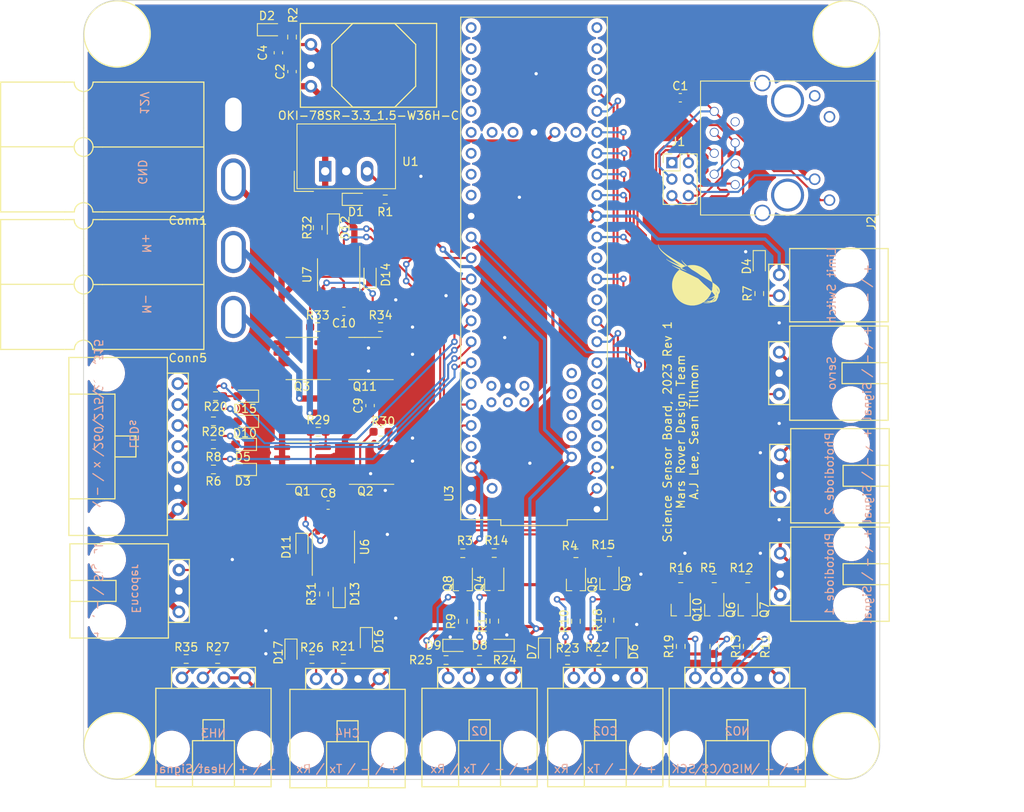
<source format=kicad_pcb>
(kicad_pcb (version 20211014) (generator pcbnew)
  (layers (0 "F.Cu" signal) (31 "B.Cu" signal) (34 "B.Paste" user) (35 "F.Paste" user) (36 "B.SilkS" user "B.Silkscreen") (37 "F.SilkS" user "F.Silkscreen") (38 "B.Mask" user) (39 "F.Mask" user) (44 "Edge.Cuts" user))
  (net 0 "")
  (net 1 "Net-(C1-Pad1)")
  (net 2 "Net-(C1-Pad2)")
  (net 3 "+12V")
  (net 4 "GND")
  (net 5 "+3V3")
  (net 6 "Net-(C8-Pad1)")
  (net 7 "/M+")
  (net 8 "/M-")
  (net 9 "Net-(C10-Pad1)")
  (net 10 "Micro_LIM")
  (net 12 "LED_260")
  (net 13 "LED_275")
  (net 14 "LED_280")
  (net 15 "LED_315")
  (net 16 "Micro_ENC")
  (net 17 "+5V")
  (net 18 "Photodiode_1")
  (net 19 "Photodiode_2")
  (net 20 "CO2_TX")
  (net 21 "CO2_RX")
  (net 22 "O2_TX")
  (net 23 "O2_RX")
  (net 24 "NO2_MISO")
  (net 25 "NO2_CS")
  (net 26 "NO2_SCK")
  (net 27 "CH4_TX")
  (net 28 "CH4_RX")
  (net 29 "Micro_Servo")
  (net 30 "Net-(Conn13-Pad3)")
  (net 31 "NH3")
  (net 32 "Net-(D1-Pad2)")
  (net 33 "Net-(D2-Pad2)")
  (net 34 "Net-(D3-Pad2)")
  (net 35 "Net-(D4-Pad2)")
  (net 36 "Net-(D5-Pad2)")
  (net 37 "Net-(D6-Pad2)")
  (net 38 "Net-(D7-Pad2)")
  (net 39 "Net-(D8-Pad2)")
  (net 40 "Net-(D9-Pad2)")
  (net 41 "Net-(D10-Pad2)")
  (net 42 "Net-(D12-Pad1)")
  (net 43 "Micro_FWD")
  (net 44 "Net-(D13-Pad1)")
  (net 45 "Micro_RVS")
  (net 46 "Net-(D15-Pad2)")
  (net 47 "Net-(D16-Pad2)")
  (net 48 "Net-(D17-Pad2)")
  (net 49 "/Tx+")
  (net 50 "/Tx-")
  (net 51 "Net-(J1-Pad4)")
  (net 52 "/Rx-")
  (net 53 "/Rx+")
  (net 58 "Net-(Q1-Pad4)")
  (net 59 "Net-(Q2-Pad4)")
  (net 60 "Net-(Q3-Pad4)")
  (net 61 "Teensy_O2_TX")
  (net 62 "Teensy_CO2_TX")
  (net 63 "Teensy_NO2_CS")
  (net 64 "Teensy_NO2_MISO")
  (net 65 "Teensy_O2_RX")
  (net 66 "Teensy_CO2_RX")
  (net 67 "Teensy_NO2_SCK")
  (net 68 "Net-(Q11-Pad4)")
  (net 69 "Net-(R29-Pad1)")
  (net 70 "Net-(R30-Pad1)")
  (net 71 "Net-(R33-Pad1)")
  (net 72 "Net-(R34-Pad1)")
  (footprint "MRDT_Shields:Teensy_4_1" (layer "F.Cu") (at 151.13 79.248 90)
    (fp_text reference "U3")
    (fp_text value "Teensy4.1_DEV-16771")
  )
  (footprint "LED_SMD:LED_0603_1608Metric_Pad1.05x0.95mm_HandSolder" (layer "F.Cu") (at 141.732 124.968)
    (fp_text reference "D9")
    (fp_text value "Blue")
  )
  (footprint "Capacitor_SMD:C_0603_1608Metric_Pad1.08x0.95mm_HandSolder" (layer "F.Cu") (at 131.253 95.885 90)
    (fp_text reference "C9")
    (fp_text value "10u")
  )
  (footprint "Resistor_SMD:R_0603_1608Metric_Pad0.98x0.95mm_HandSolder" (layer "F.Cu") (at 112.776 126.619)
    (fp_text reference "R27")
    (fp_text value "93.1")
  )
  (footprint "MRDT_Connectors:MOLEX_SL_05_Horizontal" (layer "F.Cu") (at 180.848 128.905 180)
    (fp_text reference "Conn10" hide)
    (fp_text value "Molex_SL_05")
  )
  (footprint "Resistor_SMD:R_0603_1608Metric_Pad0.98x0.95mm_HandSolder" (layer "F.Cu") (at 132.588 99.06)
    (fp_text reference "R30")
    (fp_text value "100")
  )
  (footprint "MRDT_Connectors:MOLEX_SL_03_Horizontal" (layer "F.Cu") (at 180.848 89.408 -90)
    (fp_text reference "Conn12" hide)
    (fp_text value "Molex_SL_03")
  )
  (footprint "MRDT_Silkscreens:0_MRDT_Logo_7.5mm" (layer "F.Cu") (at 169.926 80.01 90)
    (fp_text reference "G***" hide)
    (fp_text value "LOGO" hide)
  )
  (footprint "Resistor_SMD:R_0603_1608Metric_Pad0.98x0.95mm_HandSolder" (layer "F.Cu") (at 168.91 125.095 90)
    (fp_text reference "R19")
    (fp_text value "10K")
  )
  (footprint "Resistor_SMD:R_0603_1608Metric_Pad0.98x0.95mm_HandSolder" (layer "F.Cu") (at 172.974 116.84 180)
    (fp_text reference "R5")
    (fp_text value "10K")
  )
  (footprint "Capacitor_SMD:C_0603_1608Metric_Pad1.08x0.95mm_HandSolder" (layer "F.Cu") (at 120.142 53.086 -90)
    (fp_text reference "C4")
    (fp_text value "10uF")
  )
  (footprint "Package_TO_SOT_SMD:SOT-323_SC-70_Handsoldering" (layer "F.Cu") (at 146.304 117.5785 -90)
    (fp_text reference "Q8")
    (fp_text value "BSS138")
  )
  (footprint "LED_SMD:LED_0603_1608Metric_Pad1.05x0.95mm_HandSolder" (layer "F.Cu") (at 126.808 74.295 -90)
    (fp_text reference "D12")
    (fp_text value "Pink")
  )
  (footprint "Resistor_SMD:R_0603_1608Metric_Pad0.98x0.95mm_HandSolder" (layer "F.Cu") (at 146.304 122.0235 90)
    (fp_text reference "R17")
    (fp_text value "10K")
  )
  (footprint "Resistor_SMD:R_0603_1608Metric_Pad0.98x0.95mm_HandSolder" (layer "F.Cu") (at 155.194 126.746)
    (fp_text reference "R23")
    (fp_text value "330")
  )
  (footprint "Resistor_SMD:R_0603_1608Metric_Pad0.98x0.95mm_HandSolder" (layer "F.Cu") (at 142.494 122.047 90)
    (fp_text reference "R9")
    (fp_text value "10K")
  )
  (footprint "Package_TO_SOT_SMD:SOT-323_SC-70_Handsoldering" (layer "F.Cu") (at 172.974 120.65 -90)
    (fp_text reference "Q6")
    (fp_text value "BSS138")
  )
  (footprint "Resistor_SMD:R_0603_1608Metric_Pad0.98x0.95mm_HandSolder" (layer "F.Cu") (at 124.206 126.619)
    (fp_text reference "R26")
    (fp_text value "330")
  )
  (footprint "Resistor_SMD:R_0603_1608Metric_Pad0.98x0.95mm_HandSolder" (layer "F.Cu") (at 112.268 100.584 180)
    (fp_text reference "R8")
    (fp_text value "120")
  )
  (footprint "MRDT_Connectors:MOLEX_SL_04_Horizontal" (layer "F.Cu") (at 116.078 128.905 180)
    (fp_text reference "Conn13" hide)
    (fp_text value "Molex_SL_04")
  )
  (footprint "LED_SMD:LED_0603_1608Metric_Pad1.05x0.95mm_HandSolder" (layer "F.Cu") (at 178.435 78.74 -90)
    (fp_text reference "D4")
    (fp_text value "Yellow")
  )
  (footprint "Resistor_SMD:R_0603_1608Metric_Pad0.98x0.95mm_HandSolder" (layer "F.Cu") (at 124.903 74.295 -90)
    (fp_text reference "R32")
    (fp_text value "120")
  )
  (footprint "Capacitor_SMD:C_0603_1608Metric_Pad1.08x0.95mm_HandSolder" (layer "F.Cu") (at 126.173 107.95)
    (fp_text reference "C8")
    (fp_text value "0.1u")
  )
  (footprint "LED_SMD:LED_0603_1608Metric_Pad1.05x0.95mm_HandSolder" (layer "F.Cu") (at 115.824 103.632 180)
    (fp_text reference "D3")
    (fp_text value "Blue")
  )
  (footprint "Resistor_SMD:R_0603_1608Metric_Pad0.98x0.95mm_HandSolder" (layer "F.Cu") (at 140.462 126.746 180)
    (fp_text reference "R25")
    (fp_text value "330")
  )
  (footprint "MRDT_Connectors:MOLEX_SL_03_Horizontal" (layer "F.Cu") (at 180.975 101.854 -90)
    (fp_text reference "Conn2" hide)
    (fp_text value "Molex_SL_03")
  )
  (footprint "MRDT_Connectors:Square_Anderson_2_H_Side_By_Side" (layer "F.Cu") (at 115.062 76.708)
    (fp_text reference "Conn5")
    (fp_text value "AndersonPP")
  )
  (footprint "Resistor_SMD:R_0603_1608Metric_Pad0.98x0.95mm_HandSolder" (layer "F.Cu") (at 144.526 126.746 180)
    (fp_text reference "R24")
    (fp_text value "330")
  )
  (footprint "Resistor_SMD:R_0603_1608Metric_Pad0.98x0.95mm_HandSolder" (layer "F.Cu") (at 121.793 51.181 -90)
    (fp_text reference "R2")
    (fp_text value "120")
  )
  (footprint "Resistor_SMD:R_0603_1608Metric_Pad0.98x0.95mm_HandSolder" (layer "F.Cu") (at 160.274 121.92 90)
    (fp_text reference "R18")
    (fp_text value "10K")
  )
  (footprint "Package_SO:SOIC-8_3.9x4.9mm_P1.27mm" (layer "F.Cu") (at 122.998 90.17 180)
    (fp_text reference "Q3")
    (fp_text value "SI4156DY")
  )
  (footprint "Resistor_SMD:R_0603_1608Metric_Pad0.98x0.95mm_HandSolder" (layer "F.Cu") (at 146.304 113.7685 180)
    (fp_text reference "R14")
    (fp_text value "10K")
  )
  (footprint "Package_SO:SOIC-8_3.9x4.9mm_P1.27mm" (layer "F.Cu") (at 130.618 90.17 180)
    (fp_text reference "Q11")
    (fp_text value "SI4156DY")
  )
  (footprint "Package_SO:SOIC-8_3.9x4.9mm_P1.27mm" (layer "F.Cu") (at 123.063 102.87 180)
    (fp_text reference "Q1")
    (fp_text value "SI4156DY")
  )
  (footprint "Resistor_SMD:R_0603_1608Metric_Pad0.98x0.95mm_HandSolder" (layer "F.Cu") (at 108.966 126.619)
    (fp_text reference "R35")
    (fp_text value "10K")
  )
  (footprint "LED_SMD:LED_0603_1608Metric_Pad1.05x0.95mm_HandSolder" (layer "F.Cu") (at 152.4 125.73 -90)
    (fp_text reference "D7")
    (fp_text value "Blue")
  )
  (footprint "Resistor_SMD:R_0603_1608Metric_Pad0.98x0.95mm_HandSolder" (layer "F.Cu") (at 132.523 86.36)
    (fp_text reference "R34")
    (fp_text value "100")
  )
  (footprint "LED_SMD:LED_0603_1608Metric_Pad1.05x0.95mm_HandSolder" (layer "F.Cu") (at 161.798 125.73 -90)
    (fp_text reference "D6")
    (fp_text value "Blue")
  )
  (footprint "Resistor_SMD:R_0603_1608Metric_Pad0.98x0.95mm_HandSolder" (layer "F.Cu") (at 177.038 125.095 90)
    (fp_text reference "R13")
    (fp_text value "10K")
  )
  (footprint "Resistor_SMD:R_0603_1608Metric_Pad0.98x0.95mm_HandSolder" (layer "F.Cu") (at 159.004 126.746 180)
    (fp_text reference "R22")
    (fp_text value "330")
  )
  (footprint "LED_SMD:LED_0603_1608Metric_Pad1.05x0.95mm_HandSolder" (layer "F.Cu") (at 127.508 118.731 90)
    (fp_text reference "D13")
    (fp_text value "Pink")
  )
  (footprint "Resistor_SMD:R_0603_1608Metric_Pad0.98x0.95mm_HandSolder" (layer "F.Cu") (at 112.268 103.632 180)
    (fp_text reference "R6")
    (fp_text value "120")
  )
  (footprint "MRDT_Drill_Holes:4_40_Hole" (layer "F.Cu") (at 188.976 137.16)
    (fp_text reference "V3" hide)
    (fp_text value "Via" hide)
  )
  (footprint "Resistor_SMD:R_0603_1608Metric_Pad0.98x0.95mm_HandSolder" (layer "F.Cu") (at 112.522 94.742 180)
    (fp_text reference "R20")
    (fp_text value "120")
  )
  (footprint "LED_SMD:LED_0603_1608Metric_Pad1.05x0.95mm_HandSolder" (layer "F.Cu") (at 147.066 124.968 180)
    (fp_text reference "D8")
    (fp_text value "Blue")
  )
  (footprint "MRDT_Drill_Holes:4_40_Hole" (layer "F.Cu") (at 188.976 50.8)
    (fp_text reference "V2" hide)
    (fp_text value "Via" hide)
  )
  (footprint "LED_SMD:LED_0603_1608Metric_Pad1.05x0.95mm_HandSolder" (layer "F.Cu") (at 116.078 97.79 180)
    (fp_text reference "D10")
    (fp_text value "Blue")
  )
  (footprint "Resistor_SMD:R_0603_1608Metric_Pad0.98x0.95mm_HandSolder" (layer "F.Cu") (at 168.91 116.84 180)
    (fp_text reference "R16")
    (fp_text value "10K")
  )
  (footprint "Resistor_SMD:R_0603_1608Metric_Pad0.98x0.95mm_HandSolder" (layer "F.Cu") (at 177.038 116.84 180)
    (fp_text reference "R12")
    (fp_text value "10K")
  )
  (footprint "Package_TO_SOT_SMD:SOT-323_SC-70_Handsoldering" (layer "F.Cu") (at 142.494 117.602 -90)
    (fp_text reference "Q4")
    (fp_text value "BSS138")
  )
  (footprint "LED_SMD:LED_0603_1608Metric_Pad1.05x0.95mm_HandSolder" (layer "F.Cu") (at 116.078 94.742 180)
    (fp_text reference "D15")
    (fp_text value "Blue")
  )
  (footprint "Diode_SMD:D_0603_1608Metric_Pad1.05x0.95mm_HandSolder" (layer "F.Cu") (at 122.998 113.03 -90)
    (fp_text reference "D11")
    (fp_text value "D_Small")
  )
  (footprint "Resistor_SMD:R_0603_1608Metric_Pad0.98x0.95mm_HandSolder" (layer "F.Cu") (at 133.096 70.866)
    (fp_text reference "R1")
    (fp_text value "330")
  )
  (footprint "MRDT_Drill_Holes:4_40_Hole" (layer "F.Cu") (at 100.584 50.8)
    (fp_text reference "V1" hide)
    (fp_text value "Via" hide)
  )
  (footprint "MRDT_Connectors:Square_Anderson_2_H_Side_By_Side" (layer "F.Cu") (at 115.062 60.029)
    (fp_text reference "Conn1")
    (fp_text value "AndersonPP")
  )
  (footprint "MRDT_Drill_Holes:4_40_Hole" (layer "F.Cu") (at 100.584 137.16)
    (fp_text reference "V4" hide)
    (fp_text value "Via" hide)
  )
  (footprint "Package_TO_SOT_SMD:SOT-323_SC-70_Handsoldering" (layer "F.Cu") (at 168.91 120.65 -90)
    (fp_text reference "Q10")
    (fp_text value "BSS138")
  )
  (footprint "MRDT_Connectors:MOLEX_SL_03_Horizontal" (layer "F.Cu") (at 108.077 120.904 90)
    (fp_text reference "Conn6" hide)
    (fp_text value "Molex_SL_03")
  )
  (footprint "LED_SMD:LED_0603_1608Metric_Pad1.05x0.95mm_HandSolder" (layer "F.Cu") (at 130.81 124.46 -90)
    (fp_text reference "D16")
    (fp_text value "Blue")
  )
  (footprint "Resistor_SMD:R_0603_1608Metric_Pad0.98x0.95mm_HandSolder" (layer "F.Cu") (at 160.274 113.665 180)
    (fp_text reference "R15")
    (fp_text value "10K")
  )
  (footprint "LED_SMD:LED_0603_1608Metric_Pad1.05x0.95mm_HandSolder" (layer "F.Cu") (at 119.253 50.292)
    (fp_text reference "D2")
    (fp_text value "Green")
  )
  (footprint "Capacitor_SMD:C_0603_1608Metric_Pad1.08x0.95mm_HandSolder" (layer "F.Cu") (at 128.078 84.455 180)
    (fp_text reference "C10")
    (fp_text value "0.1u")
  )
  (footprint "LED_SMD:LED_0603_1608Metric_Pad1.05x0.95mm_HandSolder" (layer "F.Cu") (at 115.824 100.584 180)
    (fp_text reference "D5")
    (fp_text value "Blue")
  )
  (footprint "Resistor_SMD:R_0603_1608Metric_Pad0.98x0.95mm_HandSolder" (layer "F.Cu") (at 124.968 99.06)
    (fp_text reference "R29")
    (fp_text value "100")
  )
  (footprint "MRDT_Connectors:MOLEX_SL_04_Horizontal" (layer "F.Cu") (at 148.336 128.905 180)
    (fp_text reference "Conn9" hide)
    (fp_text value "Molex_SL_04")
  )
  (footprint "Capacitor_SMD:C_0603_1608Metric_Pad1.08x0.95mm_HandSolder" (layer "F.Cu") (at 121.793 55.372 90)
    (fp_text reference "C2")
    (fp_text value "10 uF")
  )
  (footprint "Package_TO_SOT_SMD:SOT-323_SC-70_Handsoldering" (layer "F.Cu") (at 177.038 120.65 -90)
    (fp_text reference "Q7")
    (fp_text value "BSS138")
  )
  (footprint "Resistor_SMD:R_0603_1608Metric_Pad0.98x0.95mm_HandSolder" (layer "F.Cu") (at 124.903 86.36)
    (fp_text reference "R33")
    (fp_text value "100")
  )
  (footprint "Converter_DCDC:Converter_DCDC_TRACO_TSR-1_THT" (layer "F.Cu") (at 125.815 67.454)
    (fp_text reference "U1")
    (fp_text value "TSR_1-2450")
  )
  (footprint "Resistor_SMD:R_0603_1608Metric_Pad0.98x0.95mm_HandSolder" (layer "F.Cu") (at 156.21 122.047 90)
    (fp_text reference "R10")
    (fp_text value "10K")
  )
  (footprint "Resistor_SMD:R_0603_1608Metric_Pad0.98x0.95mm_HandSolder" (layer "F.Cu") (at 112.268 97.79 180)
    (fp_text reference "R28")
    (fp_text value "120")
  )
  (footprint "Package_TO_SOT_SMD:SOT-323_SC-70_Handsoldering" (layer "F.Cu") (at 160.274 117.475 -90)
    (fp_text reference "Q9")
    (fp_text value "BSS138")
  )
  (footprint "Resistor_SMD:R_0603_1608Metric_Pad0.98x0.95mm_HandSolder" (layer "F.Cu") (at 128.016 126.619 180)
    (fp_text reference "R21")
    (fp_text value "330")
  )
  (footprint "LED_SMD:LED_0603_1608Metric_Pad1.05x0.95mm_HandSolder" (layer "F.Cu") (at 129.54 70.866)
    (fp_text reference "D1")
    (fp_text value "Green")
  )
  (footprint "Resistor_SMD:R_0603_1608Metric_Pad0.98x0.95mm_HandSolder" (layer "F.Cu") (at 172.974 125.095 90)
    (fp_text reference "R11")
    (fp_text value "10K")
  )
  (footprint "Diode_SMD:D_0603_1608Metric_Pad1.05x0.95mm_HandSolder" (layer "F.Cu") (at 131.253 80.01 90)
    (fp_text reference "D14")
    (fp_text value "D_Small")
  )
  (footprint "Resistor_SMD:R_0603_1608Metric_Pad0.98x0.95mm_HandSolder" (layer "F.Cu") (at 156.21 113.792 180)
    (fp_text reference "R4")
    (fp_text value "10K")
  )
  (footprint "MRDT_Devices:OKI_Horizontal" (layer "F.Cu") (at 124.079 57.15 90)
    (fp_text reference "U2" hide)
    (fp_text value "OKI-78SR-3.3_1.5-W36H-C")
  )
  (footprint "MRDT_Connectors:MOLEX_SL_04_Horizontal" (layer "F.Cu") (at 163.576 128.905 180)
    (fp_text reference "Conn8" hide)
    (fp_text value "Molex_SL_04")
  )
  (footprint "MRDT_Connectors:MOLEX_SL_07_Horizontal" (layer "F.Cu") (at 107.95 108.458 90)
    (fp_text reference "Conn4" hide)
    (fp_text value "Molex_SL_07")
  )
  (footprint "MRDT_Connectors:MOLEX_SL_03_Horizontal" (layer "F.Cu") (at 180.975 113.792 -90)
    (fp_text reference "Conn7" hide)
    (fp_text value "Molex_SL_03")
  )
  (footprint "MRDT_Connectors:MOLEX_SL_04_Horizontal" (layer "F.Cu") (at 132.334 129.032 180)
    (fp_text reference "Conn11" hide)
    (fp_text value "Molex_SL_04")
  )
  (footprint "MRDT_Connectors:RJ45_Teensy" (layer "F.Cu") (at 194.864 64.516 90)
    (fp_text reference "J2")
    (fp_text value "RJ45_LED_Shielded")
  )
  (footprint "Resistor_SMD:R_0603_1608Metric_Pad0.98x0.95mm_HandSolder" (layer "F.Cu") (at 125.665 118.731 90)
    (fp_text reference "R31")
    (fp_text value "120")
  )
  (footprint "Package_SO:SOIC-8_3.9x4.9mm_P1.27mm" (layer "F.Cu") (at 126.808 113.03 90)
    (fp_text reference "U6")
    (fp_text value "IRS2005S")
  )
  (footprint "Capacitor_SMD:C_0603_1608Metric_Pad1.08x0.95mm_HandSolder" (layer "F.Cu") (at 168.8585 58.545)
    (fp_text reference "C1")
    (fp_text value "0.1uF")
  )
  (footprint "Resistor_SMD:R_0603_1608Metric_Pad0.98x0.95mm_HandSolder" (layer "F.Cu") (at 178.435 82.296 90)
    (fp_text reference "R7")
    (fp_text value "120")
  )
  (footprint "Package_SO:SOIC-8_3.9x4.9mm_P1.27mm" (layer "F.Cu") (at 127.443 80.01 -90)
    (fp_text reference "U7")
    (fp_text value "IRS2005S")
  )
  (footprint "Package_SO:SOIC-8_3.9x4.9mm_P1.27mm" (layer "F.Cu") (at 130.683 102.87 180)
    (fp_text reference "Q2")
    (fp_text value "SI4156DY")
  )
  (footprint "MRDT_Connectors:MOLEX_SL_02_Horizontal" (layer "F.Cu") (at 180.848 80.01 -90)
    (fp_text reference "Conn3" hide)
    (fp_text value "Molex_SL_02")
  )
  (footprint "LED_SMD:LED_0603_1608Metric_Pad1.05x0.95mm_HandSolder" (layer "F.Cu") (at 121.666 125.857 -90)
    (fp_text reference "D17")
    (fp_text value "Blue")
  )
  (footprint "Connector_PinHeader_2.00mm:PinHeader_2x03_P2.00mm_Vertical" (layer "F.Cu") (at 167.8425 66.419)
    (fp_text reference "J1")
    (fp_text value "Conn_02x03_Counter_Clockwise")
  )
  (footprint "Resistor_SMD:R_0603_1608Metric_Pad0.98x0.95mm_HandSolder" (layer "F.Cu") (at 142.494 113.792 180)
    (fp_text reference "R3")
    (fp_text value "10K")
  )
  (footprint "Package_TO_SOT_SMD:SOT-323_SC-70_Handsoldering" (layer "F.Cu") (at 156.21 117.602 -90)
    (fp_text reference "Q5")
    (fp_text value "BSS138")
  )
  (gr_arc (start 188.976 46.736) (mid 191.849682 47.926318) (end 193.04 50.8) (layer "Edge.Cuts") (width 0.1))
  (gr_arc (start 100.584 141.224) (mid 97.710318 140.033682) (end 96.52 137.16) (layer "Edge.Cuts") (width 0.1))
  (gr_line (start 96.52 137.16) (end 96.52 50.8) (layer "Edge.Cuts") (width 0.1))
  (gr_line (start 193.04 137.16) (end 193.04 50.8) (layer "Edge.Cuts") (width 0.1))
  (gr_arc (start 96.52 50.8) (mid 97.710318 47.926318) (end 100.584 46.736) (layer "Edge.Cuts") (width 0.1))
  (gr_line (start 188.976 46.736) (end 100.584 46.736) (layer "Edge.Cuts") (width 0.1))
  (gr_arc (start 193.04 137.16) (mid 191.849682 140.033682) (end 188.976 141.224) (layer "Edge.Cuts") (width 0.1))
  (gr_line (start 188.976 141.224) (end 100.584 141.224) (layer "Edge.Cuts") (width 0.1))
  (gr_text "LEDs" (at 102.616 99.314 270) (layer "B.SilkS") (effects (font (size 1 1)) (justify mirror)))
  (gr_text "+ \\ - \\ Signal" (at 191.516 116.586 90) (layer "B.SilkS") (effects (font (size 1 1)) (justify mirror)))
  (gr_text "NO2" (at 175.768 135.382) (layer "B.SilkS") (effects (font (size 1 1)) (justify mirror)))
  (gr_text "+ \\ - \\ Tx \\ Rx" (at 144.78 139.954) (layer "B.SilkS") (effects (font (size 1 1)) (justify mirror)))
  (gr_text "+ \\ - \\ Tx \\ Rx" (at 159.766 139.954) (layer "B.SilkS") (effects (font (size 1 1)) (justify mirror)))
  (gr_text "Limit Switch" (at 187.198 81.28 90) (layer "B.SilkS") (effects (font (size 1 1)) (justify mirror)))
  (gr_text "+ \\ - \\ Signal" (at 191.516 91.948 90) (layer "B.SilkS") (effects (font (size 1 1)) (justify mirror)))
  (gr_text "+ \\ -" (at 191.516 81.026 90) (layer "B.SilkS") (effects (font (size 1 1)) (justify mirror)))
  (gr_text "CO2" (at 159.766 135.382) (layer "B.SilkS") (effects (font (size 1 1)) (justify mirror)))
  (gr_text "CH4" (at 128.524 135.636) (layer "B.SilkS") (effects (font (size 1 1)) (justify mirror)))
  (gr_text "+ \\ - \\ Signal" (at 191.516 104.394 90) (layer "B.SilkS") (effects (font (size 1 1)) (justify mirror)))
  (gr_text "NH3" (at 112.268 135.636) (layer "B.SilkS") (effects (font (size 1 1)) (justify mirror)))
  (gr_text "Servo" (at 187.198 91.948 90) (layer "B.SilkS") (effects (font (size 1 1)) (justify mirror)))
  (gr_text "GND" (at 103.632 67.564 270) (layer "B.SilkS") (effects (font (size 1 1)) (justify mirror)))
  (gr_text "Encoder" (at 102.87 118.11 270) (layer "B.SilkS") (effects (font (size 1 1)) (justify mirror)))
  (gr_text "+ \\ - \\ Tx \\ Rx" (at 128.524 139.954) (layer "B.SilkS") (effects (font (size 1 1)) (justify mirror)))
  (gr_text "M-" (at 104.14 83.566 270) (layer "B.SilkS") (effects (font (size 1 1)) (justify mirror)))
  (gr_text "+ \\ - \\MISO\\CS\\SCK" (at 175.768 139.954) (layer "B.SilkS") (effects (font (size 1 1)) (justify mirror)))
  (gr_text "O2" (at 144.526 135.382) (layer "B.SilkS") (effects (font (size 1 1)) (justify mirror)))
  (gr_text "M+" (at 104.14 76.2 270) (layer "B.SilkS") (effects (font (size 1 1)) (justify mirror)))
  (gr_text "+ \\ + \\Heat\\Signal" (at 112.522 139.954) (layer "B.SilkS") (effects (font (size 1 1)) (justify mirror)))
  (gr_text "Photodiode 2" (at 186.944 104.14 90) (layer "B.SilkS") (effects (font (size 1 1)) (justify mirror)))
  (gr_text "12V" (at 103.886 59.182 270) (layer "B.SilkS") (effects (font (size 1 1)) (justify mirror)))
  (gr_text "+ \\ - \\ x \\260\\275\\280\\315" (at 98.298 99.06 270) (layer "B.SilkS") (effects (font (size 1 1)) (justify mirror)))
  (gr_text "+ \\ - \\ Signal" (at 98.298 118.364 270) (layer "B.SilkS") (effects (font (size 1 1)) (justify mirror)))
  (gr_text "Photodiode 1" (at 186.944 116.332 90) (layer "B.SilkS") (effects (font (size 1 1)) (justify mirror)))
  (gr_text "Science Sensor Board, 2023 Rev 1\nMars Rover Design Team\nA.J Lee, Sean Tillmon" (at 168.91 99.06 90) (layer "F.SilkS") (effects (font (size 1 1))))
  (segment (start 171.31 61.859) (end 173.367 61.859) (width 0.254) (layer "F.Cu") (net 1))
  (segment (start 167.996 58.545) (end 171.31 61.859) (width 0.254) (layer "F.Cu") (net 1))
  (segment (start 173.367 61.859) (end 175.514 64.006) (width 0.254) (layer "F.Cu") (net 1))
  (segment (start 175.514 64.006) (end 175.514 65.276) (width 0.254) (layer "B.Cu") (net 1))
  (segment (start 175.514 65.276) (end 172.974 67.816) (width 0.254) (layer "B.Cu") (net 1))
  (segment (start 171.323 58.545) (end 172.974 60.196) (width 0.254) (layer "F.Cu") (net 2))
  (segment (start 169.721 58.545) (end 171.323 58.545) (width 0.254) (layer "F.Cu") (net 2))
  (segment (start 180.213 67.435) (end 182.3205 67.435) (width 0.254) (layer "F.Cu") (net 2))
  (segment (start 172.974 60.196) (end 180.213 67.435) (width 0.254) (layer "F.Cu") (net 2))
  (segment (start 185.8515 70.966) (end 186.944 70.966) (width 0.254) (layer "F.Cu") (net 2))
  (segment (start 182.3205 67.435) (end 185.8515 70.966) (width 0.254) (layer "F.Cu") (net 2))
  (segment (start 171.2715 60.196) (end 172.974 60.196) (width 0.254) (layer "B.Cu") (net 2))
  (segment (start 166.3185 65.149) (end 171.2715 60.196) (width 0.254) (layer "B.Cu") (net 2))
  (segment (start 166.3185 66.895) (end 166.3185 65.149) (width 0.254) (layer "B.Cu") (net 2))
  (segment (start 167.8425 68.419) (end 166.3185 66.895) (width 0.254) (layer "B.Cu") (net 2))
  (segment (start 129.348 77.535) (end 129.348 78.27379) (width 0.762) (layer "F.Cu") (net 3))
  (segment (start 106.063901 118.890901) (end 108.077 120.904) (width 0.762) (layer "F.Cu") (net 3))
  (segment (start 114.6874 68.453) (end 114.6874 68.69319) (width 0.762) (layer "F.Cu") (net 3))
  (segment (start 116.027 106.934) (end 115.062 106.934) (width 0.762) (layer "F.Cu") (net 3))
  (segment (start 122.998 113.905) (end 116.027 106.934) (width 0.762) (layer "F.Cu") (net 3))
  (segment (start 120.523 74.52879) (end 120.523 82.677) (width 0.762) (layer "F.Cu") (net 3))
  (segment (start 120.588 92.14) (end 120.588 104.775) (width 0.762) (layer "F.Cu") (net 3))
  (segment (start 122.7085 57.15) (end 121.793 56.2345) (width 0.762) (layer "F.Cu") (net 3))
  (segment (start 125.815 67.454) (end 125.815 70.744466) (width 0.762) (layer "F.Cu") (net 3))
  (segment (start 124.079 57.15) (end 122.7085 57.15) (width 0.762) (layer "F.Cu") (net 3))
  (segment (start 114.6874 68.69319) (end 120.523 74.52879) (width 0.762) (layer "F.Cu") (net 3))
  (segment (start 118.429 106.934) (end 115.062 106.934) (width 0.762) (layer "F.Cu") (net 3))
  (segment (start 124.065 79.135) (end 120.523 82.677) (width 0.762) (layer "F.Cu") (net 3))
  (segment (start 129.348 77.535) (end 129.348 74.277466) (width 0.762) (layer "F.Cu") (net 3))
  (segment (start 109.474 106.934) (end 107.95 108.458) (width 0.762) (layer "F.Cu") (net 3))
  (segment (start 128.48679 79.135) (end 126.87921 79.135) (width 0.762) (layer "F.Cu") (net 3))
  (segment (start 125.815 70.744466) (end 129.348 74.277466) (width 0.762) (layer "F.Cu") (net 3))
  (segment (start 125.815 58.886) (end 124.079 57.15) (width 0.762) (layer "F.Cu") (net 3))
  (segment (start 107.95 108.458) (end 106.063901 110.344099) (width 0.762) (layer "F.Cu") (net 3))
  (segment (start 125.815 67.454) (end 125.815 58.886) (width 0.762) (layer "F.Cu") (net 3))
  (segment (start 120.523 82.677) (end 120.523 92.075) (width 0.762) (layer "F.Cu") (net 3))
  (segment (start 124.598 115.505) (end 122.998 113.905) (width 0.762) (layer "F.Cu") (net 3))
  (segment (start 124.903 115.505) (end 124.598 115.505) (width 0.762) (layer "F.Cu") (net 3))
  (segment (start 126.87921 79.135) (end 124.065 79.135) (width 0.762) (layer "F.Cu") (net 3))
  (segment (start 106.063901 110.344099) (end 106.063901 118.890901) (width 0.762) (layer "F.Cu") (net 3))
  (segment (start 120.523 92.075) (end 120.588 92.14) (width 0.762) (layer "F.Cu") (net 3))
  (segment (start 115.062 106.934) (end 109.474 106.934) (width 0.762) (layer "F.Cu") (net 3))
  (segment (start 125.713 67.352) (end 125.815 67.454) (width 0.762) (layer "F.Cu") (net 3))
  (segment (start 120.588 104.775) (end 118.429 106.934) (width 0.762) (layer "F.Cu") (net 3))
  (segment (start 126.87921 79.135) (end 131.253 79.135) (width 0.762) (layer "F.Cu") (net 3))
  (segment (start 129.348 74.277466) (end 125.809534 70.739) (width 0.762) (layer "F.Cu") (net 3))
  (segment (start 129.348 78.27379) (end 128.48679 79.135) (width 0.762) (layer "F.Cu") (net 3))
  (via (at 180.848 98.044) (size 0.8) (drill 0.4) (layers "F.Cu" "B.Cu") (net 4))
  (via (at 164.084 116.332) (size 0.8) (drill 0.4) (layers "F.Cu" "B.Cu") (net 4))
  (via (at 118.618 123.19) (size 0.8) (drill 0.4) (layers "F.Cu" "B.Cu") (net 4))
  (via (at 178.562 113.792) (size 0.8) (drill 0.4) (layers "F.Cu" "B.Cu") (net 4))
  (via (at 180.848 109.728) (size 0.8) (drill 0.4) (layers "F.Cu" "B.Cu") (net 4))
  (via (at 136.398 89.662) (size 0.8) (drill 0.4) (layers "F.Cu" "B.Cu") (net 4))
  (via (at 180.848 85.852) (size 0.8) (drill 0.4) (layers "F.Cu" "B.Cu") (net 4))
  (via (at 169.418 113.792) (size 0.8) (drill 0.4) (layers "F.Cu" "B.Cu") (net 4))
  (via (at 131.064 88.9) (size 0.8) (drill 0.4) (layers "F.Cu" "B.Cu") (net 4))
  (via (at 131.064 91.694) (size 0.8) (drill 0.4) (layers "F.Cu" "B.Cu") (net 4))
  (via (at 136.398 102.616) (size 0.8) (drill 0.4) (layers "F.Cu" "B.Cu") (net 4))
  (via (at 133.35 111.506) (size 0.8) (drill 0.4) (layers "F.Cu" "B.Cu") (net 4))
  (via (at 147.828 123.698) (size 0.8) (drill 0.4) (layers "F.Cu" "B.Cu") (net 4))
  (via (at 150.622 102.87) (size 0.8) (drill 0.4) (layers "F.Cu" "B.Cu") (net 4))
  (via (at 163.576 122.428) (size 0.8) (drill 0.4) (layers "F.Cu" "B.Cu") (net 4))
  (via (at 147.574 87.63) (size 0.8) (drill 0.4) (layers "F.Cu" "B.Cu") (net 4))
  (via (at 176.784 77.216) (size 0.8) (drill 0.4) (layers "F.Cu" "B.Cu") (net 4))
  (via (at 118.618 125.984) (size 0.8) (drill 0.4) (layers "F.Cu" "B.Cu") (net 4))
  (via (at 160.02 124.714) (size 0.8) (drill 0.4) (layers "F.Cu" "B.Cu") (net 4))
  (via (at 137.414 68.072) (size 0.8) (drill 0.4) (layers "F.Cu" "B.Cu") (net 4))
  (via (at 133.096 106.172) (size 0.8) (drill 0.4) (layers "F.Cu" "B.Cu") (net 4))
  (via (at 131.318 104.14) (size 0.8) (drill 0.4) (layers "F.Cu" "B.Cu") (net 4))
  (via (at 140.462 82.55) (size 0.8) (drill 0.4) (layers "F.Cu" "B.Cu") (net 4))
  (via (at 134.366 83.058) (size 0.8) (drill 0.4) (layers "F.Cu" "B.Cu") (net 4))
  (via (at 136.398 86.36) (size 0.8) (drill 0.4) (layers "F.Cu" "B.Cu") (net 4))
  (via (at 114.554 114.554) (size 0.8) (drill 0.4) (layers "F.Cu" "B.Cu") (net 4))
  (via (at 151.384 55.626) (size 0.8) (drill 0.4) (layers "F.Cu" "B.Cu") (net 4))
  (via (at 136.398 99.822) (size 0.8) (drill 0.4) (layers "F.Cu" "B.Cu") (net 4))
  (via (at 134.366 121.666) (size 0.8) (drill 0.4) (layers "F.Cu" "B.Cu") (net 4))
  (via (at 178.562 101.6) (size 0.8) (drill 0.4) (layers "F.Cu" "B.Cu") (net 4))
  (via (at 140.97 123.952) (size 0.8) (drill 0.4) (layers "F.Cu" "B.Cu") (net 4))
  (via (at 149.352 70.612) (size 0.8) (drill 0.4) (layers "F.Cu" "B.Cu") (net 4))
  (segment (start 152.781 66.929) (end 149.6345 63.7825) (width 0.381) (layer "F.Cu") (net 5))
  (segment (start 173.624 117.1025) (end 173.8865 116.84) (width 0.381) (layer "F.Cu") (net 5))
  (segment (start 160.924 113.9275) (end 161.1865 113.665) (width 0.381) (layer "F.Cu") (net 5))
  (segment (start 158.75 72.898) (end 152.781 66.929) (width 0.381) (layer "F.Cu") (net 5))
  (segment (start 143.4065 116.0095) (end 143.144 116.272) (width 0.381) (layer "F.Cu") (net 5))
  (segment (start 121.663 52.2235) (end 121.793 52.0935) (width 0.381) (layer "F.Cu") (net 5))
  (segment (start 146.954 116.2485) (end 146.954 116.474) (width 0.381) (layer "F.Cu") (net 5))
  (segment (start 177.9505 116.84) (end 177.9505 119.0575) (width 0.381) (layer "F.Cu") (net 5))
  (segment (start 169.56 119.32) (end 169.56 119.522) (width 0.381) (layer "F.Cu") (net 5))
  (segment (start 175.0705 120.8395) (end 170.8775 120.8395) (width 0.381) (layer "F.Cu") (net 5))
  (segment (start 152.6255 66.7735) (end 152.6255 63.7825) (width 0.381) (layer "F.Cu") (net 5))
  (segment (start 152.781 66.929) (end 152.6255 66.7735) (width 0.381) (layer "F.Cu") (net 5))
  (segment (start 120.142 52.2235) (end 121.663 52.2235) (width 0.381) (layer "F.Cu") (net 5))
  (segment (start 158.75 72.898) (end 153.416 78.232) (width 0.381) (layer "F.Cu") (net 5))
  (segment (start 156.86 114.0545) (end 157.1225 113.792) (width 0.381) (layer "F.Cu") (net 5))
  (segment (start 176.8485 120.8395) (end 175.0705 120.8395) (width 0.381) (layer "F.Cu") (net 5))
  (segment (start 173.624 119.32) (end 173.624 119.393) (width 0.381) (layer "F.Cu") (net 5))
  (segment (start 165.0355 120.8395) (end 161.798 117.602) (width 0.381) (layer "F.Cu") (net 5))
  (segment (start 173.624 119.32) (end 173.624 117.1025) (width 0.381) (layer "F.Cu") (net 5))
  (segment (start 124.079 52.07) (end 135.7915 63.7825) (width 0.381) (layer "F.Cu") (net 5))
  (segment (start 121.793 52.0935) (end 124.0555 52.0935) (width 0.381) (layer "F.Cu") (net 5))
  (segment (start 146.954 114.031) (end 147.2165 113.7685) (width 0.381) (layer "F.Cu") (net 5))
  (segment (start 153.416 78.232) (end 153.416 93.472) (width 0.381) (layer "F.Cu") (net 5))
  (segment (start 149.6345 63.7825) (end 149.5775 63.7825) (width 0.381) (layer "F.Cu") (net 5))
  (segment (start 135.7915 63.7825) (end 149.5775 63.7825) (width 0.381) (layer "F.Cu") (net 5))
  (segment (start 169.56 119.32) (end 169.56 117.1025) (width 0.381) (layer "F.Cu") (net 5))
  (segment (start 124.0555 52.0935) (end 124.079 52.07) (width 0.381) (layer "F.Cu") (net 5))
  (segment (start 177.9505 119.0575) (end 177.688 119.32) (width 0.381) (layer "F.Cu") (net 5))
  (segment (start 177.688 120) (end 176.8485 120.8395) (width 0.381) (layer "F.Cu") (net 5))
  (segment (start 153.416 93.472) (end 143.51 103.378) (width 0.381) (layer "F.Cu") (net 5))
  (segment (start 177.688 119.32) (end 177.688 120) (width 0.381) (layer "F.Cu") (net 5))
  (segment (start 144.474 117.602) (end 143.144 116.272) (width 0.381) (layer "F.Cu") (net 5))
  (segment (start 156.86 116.272) (end 156.86 114.0545) (width 0.381) (layer "F.Cu") (net 5))
  (segment (start 160.924 116.728) (end 161.798 117.602) (width 0.381) (layer "F.Cu") (net 5))
  (segment (start 146.954 116.2485) (end 146.954 114.031) (width 0.381) (layer "F.Cu") (net 5))
  (segment (start 158.242 117.602) (end 148.082 117.602) (width 0.381) (layer "F.Cu") (net 5))
  (segment (start 169.56 117.1025) (end 169.8225 116.84) (width 0.381) (layer "F.Cu") (net 5))
  (segment (start 156.912 116.272) (end 158.242 117.602) (width 0.381) (layer "F.Cu") (net 5))
  (segment (start 160.924 116.145) (end 160.924 113.9275) (width 0.381) (layer "F.Cu") (net 5))
  (segment (start 156.86 116.272) (end 156.912 116.272) (width 0.381) (layer "F.Cu") (net 5))
  (segment (start 143.4065 113.1335) (end 144.526 112.014) (width 0.381) (layer "F.Cu") (net 5))
  (segment (start 170.8775 120.8395) (end 165.0355 120.8395) (width 0.381) (layer "F.Cu") (net 5))
  (segment (start 161.798 117.602) (end 158.242 117.602) (width 0.381) (layer "F.Cu") (net 5))
  (segment (start 143.4065 113.792) (end 143.4065 113.1335) (width 0.381) (layer "F.Cu") (net 5))
  (segment (start 152.6255 63.7825) (end 153.67 62.738) (width 0.381) (layer "F.Cu") (net 5))
  (segment (start 148.082 117.602) (end 144.474 117.602) (width 0.381) (layer "F.Cu") (net 5))
  (segment (start 169.56 119.522) (end 170.8775 120.8395) (width 0.381) (layer "F.Cu") (net 5))
  (segment (start 160.924 116.145) (end 160.924 116.728) (width 0.381) (layer "F.Cu") (net 5))
  (segment (start 173.624 119.393) (end 175.0705 120.8395) (width 0.381) (layer "F.Cu") (net 5))
  (segment (start 143.4065 113.792) (end 143.4065 116.0095) (width 0.381) (layer "F.Cu") (net 5))
  (segment (start 146.954 116.474) (end 148.082 117.602) (width 0.381) (layer "F.Cu") (net 5))
  (via (at 144.526 112.014) (size 0.8) (drill 0.4) (layers "F.Cu" "B.Cu") (net 5))
  (segment (start 163.322 72.898) (end 166.116 75.692) (width 0.381) (layer "B.Cu") (net 5))
  (segment (start 158.75 72.898) (end 163.322 72.898) (width 0.381) (layer "B.Cu") (net 5))
  (segment (start 144.526 112.014) (end 144.78 111.76) (width 0.381) (layer "B.Cu") (net 5))
  (segment (start 144.78 111.76) (end 144.78 104.648) (width 0.381) (layer "B.Cu") (net 5))
  (segment (start 180.848 77.411001) (end 180.848 80.01) (width 0.381) (layer "B.Cu") (net 5))
  (segment (start 144.78 104.648) (end 143.51 103.378) (width 0.381) (layer "B.Cu") (net 5))
  (segment (start 179.128999 75.692) (end 180.848 77.411001) (width 0.381) (layer "B.Cu") (net 5))
  (segment (start 166.116 75.692) (end 179.128999 75.692) (width 0.381) (layer "B.Cu") (net 5))
  (segment (start 125.3105 107.95) (end 124.903 108.3575) (width 0.254) (layer "F.Cu") (net 6))
  (segment (start 123.303 112.155) (end 124.903 110.555) (width 0.254) (layer "F.Cu") (net 6))
  (segment (start 122.998 112.155) (end 123.303 112.155) (width 0.254) (layer "F.Cu") (net 6))
  (segment (start 124.903 108.3575) (end 124.903 110.555) (width 0.254) (layer "F.Cu") (net 6))
  (segment (start 127.0355 107.95) (end 127.0355 105.9475) (width 0.762) (layer "F.Cu") (net 7))
  (segment (start 127.443 108.3575) (end 127.0355 107.95) (width 0.762) (layer "F.Cu") (net 7))
  (segment (start 127.443 110.555) (end 127.443 108.3575) (width 0.762) (layer "F.Cu") (net 7))
  (segment (start 127.0355 105.9475) (end 128.208 104.775) (width 0.762) (layer "F.Cu") (net 7))
  (segment (start 131.253 96.7475) (end 123.9785 96.7475) (width 0.762) (layer "F.Cu") (net 7))
  (segment (start 128.208 99.7925) (end 128.208 100.965) (width 0.762) (layer "F.Cu") (net 7))
  (segment (start 131.253 96.7475) (end 128.208 99.7925) (width 0.762) (layer "F.Cu") (net 7))
  (segment (start 123.9785 96.7475) (end 123.952 96.774) (width 0.762) (layer "F.Cu") (net 7))
  (via (at 123.952 96.774) (size 0.8) (drill 0.4) (layers "F.Cu" "B.Cu") (net 7))
  (segment (start 123.952 96.774) (end 123.952 85.1968) (width 0.762) (layer "B.Cu") (net 7))
  (segment (start 123.952 85.1968) (end 116.0132 77.258) (width 0.762) (layer "B.Cu") (net 7))
  (segment (start 116.0132 77.258) (end 114.6874 77.258) (width 0.762) (layer "B.Cu") (net 7))
  (segment (start 127.2155 84.455) (end 127.2155 87.3375) (width 0.762) (layer "F.Cu") (net 8))
  (segment (start 126.808 82.485) (end 126.808 84.0475) (width 0.762) (layer "F.Cu") (net 8))
  (segment (start 131.253 95.0225) (end 131.0905 95.0225) (width 0.762) (layer "F.Cu") (net 8))
  (segment (start 127.2155 87.3375) (end 128.143 88.265) (width 0.762) (layer "F.Cu") (net 8))
  (segment (start 122.7085 95.0225) (end 122.682 94.996) (width 0.762) (layer "F.Cu") (net 8))
  (segment (start 131.0905 95.0225) (end 128.143 92.075) (width 0.762) (layer "F.Cu") (net 8))
  (segment (start 126.808 84.0475) (end 127.2155 84.455) (width 0.762) (layer "F.Cu") (net 8))
  (segment (start 131.253 95.0225) (end 122.7085 95.0225) (width 0.762) (layer "F.Cu") (net 8))
  (via (at 122.682 94.996) (size 0.8) (drill 0.4) (layers "F.Cu" "B.Cu") (net 8))
  (segment (start 122.682 91.8008) (end 116.0132 85.132) (width 0.762) (layer "B.Cu") (net 8))
  (segment (start 122.682 94.996) (end 122.682 91.8008) (width 0.762) (layer "B.Cu") (net 8))
  (segment (start 116.0132 85.132) (end 114.6874 85.132) (width 0.762) (layer "B.Cu") (net 8))
  (segment (start 129.348 82.485) (end 129.348 84.0475) (width 0.254) (layer "F.Cu") (net 9))
  (segment (start 129.348 82.485) (end 129.653 82.485) (width 0.254) (layer "F.Cu") (net 9))
  (segment (start 129.653 82.485) (end 131.253 80.885) (width 0.254) (layer "F.Cu") (net 9))
  (segment (start 129.348 84.0475) (end 128.9405 84.455) (width 0.254) (layer "F.Cu") (net 9))
  (segment (start 163.268 69.034) (end 163.268 67.121947) (width 0.254) (layer "F.Cu") (net 10))
  (segment (start 163.268 67.121947) (end 162.814 66.667948) (width 0.254) (layer "F.Cu") (net 10))
  (segment (start 164.684 75.205207) (end 163.668 74.189207) (width 0.254) (layer "F.Cu") (net 10))
  (segment (start 180.848 82.55) (end 179.0935 82.55) (width 0.254) (layer "F.Cu") (net 10))
  (segment (start 162.814 64.77) (end 161.9625 63.9185) (width 0.254) (layer "F.Cu") (net 10))
  (segment (start 163.668 74.189207) (end 163.668 69.434) (width 0.254) (layer "F.Cu") (net 10))
  (segment (start 162.814 66.667948) (end 162.814 64.77) (width 0.254) (layer "F.Cu") (net 10))
  (segment (start 165.5045 83.2085) (end 164.684 82.388) (width 0.254) (layer "F.Cu") (net 10))
  (segment (start 161.9625 63.9185) (end 161.9625 62.738) (width 0.254) (layer "F.Cu") (net 10))
  (segment (start 163.668 69.434) (end 163.268 69.034) (width 0.254) (layer "F.Cu") (net 10))
  (segment (start 164.684 82.388) (end 164.684 75.205207) (width 0.254) (layer "F.Cu") (net 10))
  (segment (start 178.435 83.2085) (end 165.5045 83.2085) (width 0.254) (layer "F.Cu") (net 10))
  (segment (start 179.0935 82.55) (end 178.435 83.2085) (width 0.254) (layer "F.Cu") (net 10))
  (via (at 161.9625 62.738) (size 0.8) (drill 0.4) (layers "F.Cu" "B.Cu") (net 10))
  (segment (start 158.75 62.738) (end 161.9625 62.738) (width 0.254) (layer "B.Cu") (net 10))
  (segment (start 109.601 100.838) (end 111.3555 102.5925) (width 0.254) (layer "F.Cu") (net 12))
  (segment (start 111.3555 103.632) (end 111.3555 102.5925) (width 0.254) (layer "F.Cu") (net 12))
  (segment (start 141.982028 91.189972) (end 142.494 90.678) (width 0.254) (layer "F.Cu") (net 12))
  (segment (start 111.586 102.362) (end 111.3555 102.5925) (width 0.254) (layer "F.Cu") (net 12))
  (segment (start 141.496883 91.189972) (end 141.982028 91.189972) (width 0.254) (layer "F.Cu") (net 12))
  (segment (start 142.494 90.678) (end 143.51 90.678) (width 0.254) (layer "F.Cu") (net 12))
  (segment (start 107.95 100.838) (end 109.601 100.838) (width 0.254) (layer "F.Cu") (net 12))
  (segment (start 114.3 102.362) (end 111.586 102.362) (width 0.254) (layer "F.Cu") (net 12))
  (via (at 141.496883 91.189972) (size 0.8) (drill 0.4) (layers "F.Cu" "B.Cu") (net 12))
  (via (at 114.3 102.362) (size 0.8) (drill 0.4) (layers "F.Cu" "B.Cu") (net 12))
  (segment (start 141.496883 92.437117) (end 131.572 102.362) (width 0.254) (layer "B.Cu") (net 12))
  (segment (start 131.572 102.362) (end 114.3 102.362) (width 0.254) (layer "B.Cu") (net 12))
  (segment (start 141.496883 91.189972) (end 141.496883 92.437117) (width 0.254) (layer "B.Cu") (net 12))
  (segment (start 108.966 98.298) (end 107.95 98.298) (width 0.254) (layer "F.Cu") (net 13))
  (segment (start 114.3 99.568) (end 112.3715 99.568) (width 0.254) (layer "F.Cu") (net 13))
  (segment (start 141.491962 90.167465) (end 141.988535 90.167465) (width 0.254) (layer "F.Cu") (net 13))
  (segment (start 143.51 88.646) (end 143.51 88.138) (width 0.254) (layer "F.Cu") (net 13))
  (segment (start 111.3555 100.584) (end 111.252 100.584) (width 0.254) (layer "F.Cu") (net 13))
  (segment (start 111.252 100.584) (end 108.966 98.298) (width 0.254) (layer "F.Cu") (net 13))
  (segment (start 141.988535 90.167465) (end 143.51 88.646) (width 0.254) (layer "F.Cu") (net 13))
  (segment (start 112.3715 99.568) (end 111.3555 100.584) (width 0.254) (layer "F.Cu") (net 13))
  (via (at 141.491962 90.167465) (size 0.8) (drill 0.4) (layers "F.Cu" "B.Cu") (net 13))
  (via (at 114.3 99.568) (size 0.8) (drill 0.4) (layers "F.Cu" "B.Cu") (net 13))
  (segment (start 141.491962 90.167465) (end 140.716 90.943427) (width 0.254) (layer "B.Cu") (net 13))
  (segment (start 140.716 90.943427) (end 140.716 92.575948) (width 0.254) (layer "B.Cu") (net 13))
  (segment (start 140.716 92.575948) (end 132.399948 100.892) (width 0.254) (layer "B.Cu") (net 13))
  (segment (start 132.399948 100.892) (end 115.624 100.892) (width 0.254) (layer "B.Cu") (net 13))
  (segment (start 115.624 100.892) (end 114.3 99.568) (width 0.254) (layer "B.Cu") (net 13))
  (segment (start 142.24 86.868) (end 143.51 85.598) (width 0.254) (layer "F.Cu") (net 14))
  (segment (start 112.8795 96.266) (end 114.3 96.266) (width 0.254) (layer "F.Cu") (net 14))
  (segment (start 107.95 95.758) (end 109.601 95.758) (width 0.254) (layer "F.Cu") (net 14))
  (segment (start 111.3555 97.5125) (end 111.3555 97.79) (width 0.254) (layer "F.Cu") (net 14))
  (segment (start 142.24 88.50249) (end 142.24 86.868) (width 0.254) (layer "F.Cu") (net 14))
  (segment (start 141.58849 89.154) (end 142.24 88.50249) (width 0.254) (layer "F.Cu") (net 14))
  (segment (start 141.478 89.154) (end 141.58849 89.154) (width 0.254) (layer "F.Cu") (net 14))
  (segment (start 111.3555 97.79) (end 112.8795 96.266) (width 0.254) (layer "F.Cu") (net 14))
  (segment (start 109.601 95.758) (end 111.3555 97.5125) (width 0.254) (layer "F.Cu") (net 14))
  (via (at 114.3 96.266) (size 0.8) (drill 0.4) (layers "F.Cu" "B.Cu") (net 14))
  (via (at 141.478 89.154) (size 0.8) (drill 0.4) (layers "F.Cu" "B.Cu") (net 14))
  (segment (start 132.211896 100.438) (end 118.472 100.438) (width 0.254) (layer "B.Cu") (net 14))
  (segment (start 141.478 89.154) (end 140.262 90.37) (width 0.254) (layer "B.Cu") (net 14))
  (segment (start 140.262 92.387896) (end 132.211896 100.438) (width 0.254) (layer "B.Cu") (net 14))
  (segment (start 140.262 90.37) (end 140.262 92.387896) (width 0.254) (layer "B.Cu") (net 14))
  (segment (start 118.472 100.438) (end 114.3 96.266) (width 0.254) (layer "B.Cu") (net 14))
  (segment (start 141.478 85.09) (end 143.51 83.058) (width 0.254) (layer "F.Cu") (net 15))
  (segment (start 107.95 93.218) (end 109.8315 93.218) (width 0.254) (layer "F.Cu") (net 15))
  (segment (start 111.3555 94.742) (end 111.6095 94.742) (width 0.254) (layer "F.Cu") (net 15))
  (segment (start 141.478 88.138) (end 141.478 85.09) (width 0.254) (layer "F.Cu") (net 15))
  (segment (start 111.6095 94.742) (end 112.8795 93.472) (width 0.254) (layer "F.Cu") (net 15))
  (segment (start 112.8795 93.472) (end 113.538 93.472) (width 0.254) (layer "F.Cu") (net 15))
  (segment (start 109.8315 93.218) (end 111.3555 94.742) (width 0.254) (layer "F.Cu") (net 15))
  (via (at 141.478 88.138) (size 0.8) (drill 0.4) (layers "F.Cu" "B.Cu") (net 15))
  (via (at 113.538 93.472) (size 0.8) (drill 0.4) (layers "F.Cu" "B.Cu") (net 15))
  (segment (start 120.05 99.984) (end 113.538 93.472) (width 0.254) (layer "B.Cu") (net 15))
  (segment (start 141.478 88.138) (end 141.465866 88.138) (width 0.254) (layer "B.Cu") (net 15))
  (segment (start 141.465866 88.138) (end 129.619866 99.984) (width 0.254) (layer "B.Cu") (net 15))
  (segment (start 129.619866 99.984) (end 120.05 99.984) (width 0.254) (layer "B.Cu") (net 15))
  (segment (start 127.787324 120.65) (end 139.954 108.483324) (width 0.254) (layer "F.Cu") (net 16))
  (segment (start 108.077 115.824) (end 110.236 115.824) (width 0.254) (layer "F.Cu") (net 16))
  (segment (start 110.236 115.824) (end 115.062 120.65) (width 0.254) (layer "F.Cu") (net 16))
  (segment (start 139.954 108.483324) (end 139.954 96.774) (width 0.254) (layer "F.Cu") (net 16))
  (segment (start 115.062 120.65) (end 127.787324 120.65) (width 0.254) (layer "F.Cu") (net 16))
  (segment (start 140.97 95.758) (end 143.51 95.758) (width 0.254) (layer "F.Cu") (net 16))
  (segment (start 139.954 96.774) (end 140.97 95.758) (width 0.254) (layer "F.Cu") (net 16))
  (segment (start 156.21 122.9595) (end 160.147 122.9595) (width 0.381) (layer "F.Cu") (net 17))
  (segment (start 148.336 128.905) (end 149.097999 128.143001) (width 0.381) (layer "F.Cu") (net 17))
  (segment (start 146.304 122.936) (end 142.5175 122.936) (width 0.381) (layer "F.Cu") (net 17))
  (segment (start 161.188626 122.8325) (end 163.576 125.219874) (width 0.381) (layer "F.Cu") (net 17))
  (segment (start 163.576 126.746) (end 163.576 128.905) (width 0.381) (layer "F.Cu") (net 17))
  (segment (start 149.097999 125.222001) (end 151.384 122.936) (width 0.381) (layer "F.Cu") (net 17))
  (segment (start 116.078 128.905) (end 113.538 128.905) (width 0.381) (layer "F.Cu") (net 17))
  (segment (start 134.0085 70.866) (end 140.076 76.9335) (width 0.381) (layer "F.Cu") (net 17))
  (segment (start 182.88 110.744) (end 182.88 103.759) (width 0.381) (layer "F.Cu") (net 17))
  (segment (start 149.097999 128.143001) (end 149.097999 125.222001) (width 0.381) (layer "F.Cu") (net 17))
  (segment (start 165.097874 125.219874) (end 168.122374 125.219874) (width 0.381) (layer "F.Cu") (net 17))
  (segment (start 168.122374 125.219874) (end 168.91 126.0075) (width 0.381) (layer "F.Cu") (net 17))
  (segment (start 178.7925 126.0075) (end 182.88 121.92) (width 0.381) (layer "F.Cu") (net 17))
  (segment (start 182.626 91.186) (end 180.848 89.408) (width 0.381) (layer "F.Cu") (net 17))
  (segment (start 142.5175 122.936) (end 142.494 122.9595) (width 0.381) (layer "F.Cu") (net 17))
  (segment (start 132.334 129.032) (end 130.669216 130.696784) (width 0.381) (layer "F.Cu") (net 17))
  (segment (start 151.13 122.682) (end 146.558 122.682) (width 0.381) (layer "F.Cu") (net 17))
  (segment (start 180.975 112.649) (end 182.88 110.744) (width 0.381) (layer "F.Cu") (net 17))
  (segment (start 163.576 125.219874) (end 165.097874 125.219874) (width 0.381) (layer "F.Cu") (net 17))
  (segment (start 130.669216 130.696784) (end 117.869784 130.696784) (width 0.381) (layer "F.Cu") (net 17))
  (segment (start 180.975 113.792) (end 180.975 112.649) (width 0.381) (layer "F.Cu") (net 17))
  (segment (start 151.384 122.936) (end 151.13 122.682) (width 0.381) (layer "F.Cu") (net 17))
  (segment (start 182.88 121.92) (end 182.88 115.697) (width 0.381) (layer "F.Cu") (net 17))
  (segment (start 146.558 122.682) (end 146.304 122.936) (width 0.381) (layer "F.Cu") (net 17))
  (segment (start 117.869784 130.696784) (end 116.078 128.905) (width 0.381) (layer "F.Cu") (net 17))
  (segment (start 177.038 126.0075) (end 177.9505 126.0075) (width 0.381) (layer "F.Cu") (net 17))
  (segment (start 160.147 122.9595) (end 160.274 122.8325) (width 0.381) (layer "F.Cu") (net 17))
  (segment (start 142.494 122.9595) (end 138.4065 122.9595) (width 0.381) (layer "F.Cu") (net 17))
  (segment (start 182.88 115.697) (end 180.975 113.792) (width 0.381) (layer "F.Cu") (net 17))
  (segment (start 134.0085 70.5675) (end 134.0085 70.866) (width 0.381) (layer "F.Cu") (net 17))
  (segment (start 180.975 101.854) (end 182.626 100.203) (width 0.381) (layer "F.Cu") (net 17))
  (segment (start 177.9505 126.0075) (end 178.7925 126.0075) (width 0.381) (layer "F.Cu") (net 17))
  (segment (start 138.4065 122.9595) (end 132.334 129.032) (width 0.381) (layer "F.Cu") (net 17))
  (segment (start 160.274 122.8325) (end 161.188626 122.8325) (width 0.381) (layer "F.Cu") (net 17))
  (segment (start 156.1865 122.936) (end 151.384 122.936) (width 0.381) (layer "F.Cu") (net 17))
  (segment (start 168.91 126.0075) (end 177.038 126.0075) (width 0.381) (layer "F.Cu") (net 17))
  (segment (start 156.21 122.9595) (end 156.1865 122.936) (width 0.381) (layer "F.Cu") (net 17))
  (segment (start 182.88 103.759) (end 180.975 101.854) (width 0.381) (layer "F.Cu") (net 17))
  (segment (start 165.097874 125.219874) (end 165.097874 125.224126) (width 0.381) (layer "F.Cu") (net 17))
  (segment (start 177.9505 126.0075) (end 180.848 128.905) (width 0.381) (layer "F.Cu") (net 17))
  (segment (start 130.895 67.454) (end 134.0085 70.5675) (width 0.381) (layer "F.Cu") (net 17))
  (segment (start 165.097874 125.224126) (end 163.576 126.746) (width 0.381) (layer "F.Cu") (net 17))
  (segment (start 182.626 100.203) (end 182.626 91.186) (width 0.381) (layer "F.Cu") (net 17))
  (via (at 140.076 76.9335) (size 0.8) (drill 0.4) (layers "F.Cu" "B.Cu") (net 17))
  (via (at 151.384 122.936) (size 0.8) (drill 0.4) (layers "F.Cu" "B.Cu") (net 17))
  (segment (start 152.4 98.808) (end 155.7 102.108) (width 0.381) (layer "B.Cu") (net 17))
  (segment (start 152.4 87.884) (end 152.4 98.808) (width 0.381) (layer "B.Cu") (net 17))
  (segment (start 155.7 102.108) (end 150.622 107.186) (width 0.381) (layer "B.Cu") (net 17))
  (segment (start 150.622 107.186) (end 150.622 122.174) (width 0.381) (layer "B.Cu") (net 17))
  (segment (start 140.076 76.9335) (end 142.165 79.0225) (width 0.381) (layer "B.Cu") (net 17))
  (segment (start 142.165 79.0225) (end 143.5385 79.0225) (width 0.381) (layer "B.Cu") (net 17))
  (segment (start 150.622 122.174) (end 151.384 122.936) (width 0.381) (layer "B.Cu") (net 17))
  (segment (start 143.5385 79.0225) (end 152.4 87.884) (width 0.381) (layer "B.Cu") (net 17))
  (segment (start 180.975 118.578676) (end 165.5 103.103676) (width 0.254) (layer "F.Cu") (net 18))
  (segment (start 162.306 70.7015) (end 161.9625 70.358) (width 0.254) (layer "F.Cu") (net 18))
  (segment (start 165.5 87.239791) (end 163.322 85.061792) (width 0.254) (layer "F.Cu") (net 18))
  (segment (start 180.975 118.872) (end 180.975 118.578676) (width 0.254) (layer "F.Cu") (net 18))
  (segment (start 162.306 74.753366) (end 162.306 70.7015) (width 0.254) (layer "F.Cu") (net 18))
  (segment (start 165.5 103.103676) (end 165.5 87.239791) (width 0.254) (layer "F.Cu") (net 18))
  (segment (start 163.322 75.769366) (end 162.306 74.753366) (width 0.254) (layer "F.Cu") (net 18))
  (segment (start 163.322 85.061792) (end 163.322 75.769366) (width 0.254) (layer "F.Cu") (net 18))
  (via (at 161.9625 70.358) (size 0.8) (drill 0.4) (layers "F.Cu" "B.Cu") (net 18))
  (segment (start 161.9625 70.358) (end 158.75 70.358) (width 0.254) (layer "B.Cu") (net 18))
  (segment (start 165.954 91.913) (end 180.975 106.934) (width 0.254) (layer "F.Cu") (net 19))
  (segment (start 162.052 67.9075) (end 162.052 69.342) (width 0.254) (layer "F.Cu") (net 19))
  (segment (start 163.776 84.873739) (end 165.954 87.051738) (width 0.254) (layer "F.Cu") (net 19))
  (segment (start 162.76 74.565314) (end 163.776 75.581313) (width 0.254) (layer "F.Cu") (net 19))
  (segment (start 162.76 70.05) (end 162.76 74.565314) (width 0.254) (layer "F.Cu") (net 19))
  (segment (start 162.052 69.342) (end 162.76 70.05) (width 0.254) (layer "F.Cu") (net 19))
  (segment (start 163.776 75.581313) (end 163.776 84.873739) (width 0.254) (layer "F.Cu") (net 19))
  (segment (start 161.9625 67.818) (end 162.052 67.9075) (width 0.254) (layer "F.Cu") (net 19))
  (segment (start 165.954 87.051738) (end 165.954 91.913) (width 0.254) (layer "F.Cu") (net 19))
  (via (at 161.9625 67.818) (size 0.8) (drill 0.4) (layers "F.Cu" "B.Cu") (net 19))
  (segment (start 158.75 67.818) (end 161.9625 67.818) (width 0.254) (layer "B.Cu") (net 19))
  (segment (start 158.242 119.38) (end 159.699 119.38) (width 0.254) (layer "F.Cu") (net 20))
  (segment (start 158.496 127.1505) (end 158.0915 126.746) (width 0.254) (layer "F.Cu") (net 20))
  (segment (start 158.496 128.905) (end 158.496 127.1505) (width 0.254) (layer "F.Cu") (net 20))
  (segment (start 160.274 121.0075) (end 160.274 118.805) (width 0.254) (layer "F.Cu") (net 20))
  (segment (start 159.699 119.38) (end 160.274 118.805) (width 0.254) (layer "F.Cu") (net 20))
  (segment (start 157.988 126.6425) (end 157.988 123.952) (width 0.254) (layer "F.Cu") (net 20))
  (segment (start 158.0915 126.746) (end 157.988 126.6425) (width 0.254) (layer "F.Cu") (net 20))
  (via (at 157.988 123.952) (size 0.8) (drill 0.4) (layers "F.Cu" "B.Cu") (net 20))
  (via (at 158.242 119.38) (size 0.8) (drill 0.4) (layers "F.Cu" "B.Cu") (net 20))
  (segment (start 157.988 119.634) (end 158.242 119.38) (width 0.254) (layer "B.Cu") (net 20))
  (segment (start 157.988 123.952) (end 157.988 119.634) (width 0.254) (layer "B.Cu") (net 20))
  (segment (start 153.924 119.38) (end 155.762 119.38) (width 0.254) (layer "F.Cu") (net 21))
  (segment (start 154.94 125.5795) (end 154.94 123.952) (width 0.254) (layer "F.Cu") (net 21))
  (segment (start 155.956 126.8965) (end 156.1065 126.746) (width 0.254) (layer "F.Cu") (net 21))
  (segment (start 155.762 119.38) (end 156.21 118.932) (width 0.254) (layer "F.Cu") (net 21))
  (segment (start 155.956 128.905) (end 155.956 126.8965) (width 0.254) (layer "F.Cu") (net 21))
  (segment (start 156.1065 126.746) (end 154.94 125.5795) (width 0.254) (layer "F.Cu") (net 21))
  (segment (start 156.21 121.1345) (end 156.21 118.932) (width 0.254) (layer "F.Cu") (net 21))
  (via (at 153.924 119.38) (size 0.8) (drill 0.4) (layers "F.Cu" "B.Cu") (net 21))
  (via (at 154.94 123.952) (size 0.8) (drill 0.4) (layers "F.Cu" "B.Cu") (net 21))
  (segment (start 154.94 120.396) (end 153.924 119.38) (width 0.254) (layer "B.Cu") (net 21))
  (segment (start 154.94 123.952) (end 154.94 120.396) (width 0.254) (layer "B.Cu") (net 21))
  (segment (start 143.6135 128.5475) (end 143.6135 126.746) (width 0.254) (layer "F.Cu") (net 22))
  (segment (start 144.526 125.8335) (end 143.6135 126.746) (width 0.254) (layer "F.Cu") (net 22))
  (segment (start 144.7435 118.9085) (end 144.526 119.126) (width 0.254) (layer "F.Cu") (net 22))
  (segment (start 146.304 118.9085) (end 144.7435 118.9085) (width 0.254) (layer "F.Cu") (net 22))
  (segment (start 144.526 123.952) (end 144.526 125.8335) (width 0.254) (layer "F.Cu") (net 22))
  (segment (start 143.256 128.905) (end 143.6135 128.5475) (width 0.254) (layer "F.Cu") (net 22))
  (segment (start 146.304 121.111) (end 146.304 118.9085) (width 0.254) (layer "F.Cu") (net 22))
  (via (at 144.526 119.126) (size 0.8) (drill 0.4) (layers "F.Cu" "B.Cu") (net 22))
  (via (at 144.526 123.952) (size 0.8) (drill 0.4) (layers "F.Cu" "B.Cu") (net 22))
  (segment (start 144.526 119.126) (end 144.526 123.952) (width 0.254) (layer "B.Cu") (net 22))
  (segment (start 138.684 126.746) (end 139.5495 126.746) (width 0.254) (layer "F.Cu") (net 23))
  (segment (start 138.099615 124.383615) (end 138.099615 126.161615) (width 0.254) (layer "F.Cu") (net 23))
  (segment (start 142.494 121.1345) (end 142.494 118.932) (width 0.254) (layer "F.Cu") (net 23))
  (segment (start 140.716 119.126) (end 142.3 119.126) (width 0.254) (layer "F.Cu") (net 23))
  (segment (start 138.099615 126.161615) (end 138.684 126.746) (width 0.254) (layer "F.Cu") (net 23))
  (segment (start 142.3 119.126) (end 142.494 118.932) (width 0.254) (layer "F.Cu") (net 23))
  (segment (start 140.716 128.905) (end 140.716 127.9125) (width 0.254) (layer "F.Cu") (net 23))
  (segment (start 140.716 127.9125) (end 139.5495 126.746) (width 0.254) (layer "F.Cu") (net 23))
  (via (at 140.716 119.126) (size 0.8) (drill 0.4) (layers "F.Cu" "B.Cu") (net 23))
  (via (at 138.099615 124.383615) (size 0.8) (drill 0.4) (layers "F.Cu" "B.Cu") (net 23))
  (segment (start 139.446 120.396) (end 140.716 119.126) (width 0.254) (layer "B.Cu") (net 23))
  (segment (start 139.446 123.03723) (end 139.446 120.396) (width 0.254) (layer "B.Cu") (net 23))
  (segment (start 138.099615 124.383615) (end 139.446 123.03723) (width 0.254) (layer "B.Cu") (net 23))
  (segment (start 177.038 124.1825) (end 179.0465 124.1825) (width 0.254) (layer "F.Cu") (net 24))
  (segment (start 177.038 121.98) (end 177.038 124.1825) (width 0.254) (layer "F.Cu") (net 24))
  (segment (start 179.0465 124.1825) (end 179.07 124.206) (width 0.254) (layer "F.Cu") (net 24))
  (via (at 179.07 124.206) (size 0.8) (drill 0.4) (layers "F.Cu" "B.Cu") (net 24))
  (segment (start 179.07 124.206) (end 175.768 127.508) (width 0.254) (layer "B.Cu") (net 24))
  (segment (start 175.768 127.508) (end 175.768 128.905) (width 0.254) (layer "B.Cu") (net 24))
  (segment (start 174.4745 124.1825) (end 174.498 124.206) (width 0.254) (layer "F.Cu") (net 25))
  (segment (start 172.974 121.98) (end 172.974 124.1825) (width 0.254) (layer "F.Cu") (net 25))
  (segment (start 172.974 124.1825) (end 174.4745 124.1825) (width 0.254) (layer "F.Cu") (net 25))
  (via (at 174.498 124.206) (size 0.8) (drill 0.4) (layers "F.Cu" "B.Cu") (net 25))
  (segment (start 173.228 125.476) (end 173.228 128.905) (width 0.254) (layer "B.Cu") (net 25))
  (segment (start 174.498 124.206) (end 173.228 125.476) (width 0.254) (layer "B.Cu") (net 25))
  (segment (start 168.91 124.1825) (end 170.6645 124.1825) (width 0.254) (layer "F.Cu") (net 26))
  (segment (start 168.91 121.98) (end 168.91 124.1825) (width 0.254) (layer "F.Cu") (net 26))
  (via (at 170.6645 124.1825) (size 0.8) (drill 0.4) (layers "F.Cu" "B.Cu") (net 26))
  (segment (start 170.688 124.206) (end 170.688 128.905) (width 0.254) (layer "B.Cu") (net 26))
  (segment (start 170.6645 124.1825) (end 170.688 124.206) (width 0.254) (layer "B.Cu") (net 26))
  (segment (start 127.1035 126.619) (end 127.1035 128.8815) (width 0.254) (layer "F.Cu") (net 27))
  (segment (start 127.1035 128.8815) (end 127.254 129.032) (width 0.254) (layer "F.Cu") (net 27))
  (segment (start 127.1035 126.619) (end 127.1035 123.8485) (width 0.254) (layer "F.Cu") (net 27))
  (segment (start 127.1035 123.8485) (end 140.516 110.436) (width 0.254) (layer "F.Cu") (net 27))
  (segment (start 140.516 110.436) (end 154.232 110.436) (width 0.254) (layer "F.Cu") (net 27))
  (segment (start 154.232 110.436) (end 158.75 105.918) (width 0.254) (layer "F.Cu") (net 27))
  (segment (start 140.208 109.982) (end 152.146 109.982) (width 0.254) (layer "F.Cu") (net 28))
  (segment (start 124.714 129.032) (end 124.714 127.0235) (width 0.254) (layer "F.Cu") (net 28))
  (segment (start 125.1185 126.619) (end 125.1185 125.0715) (width 0.254) (layer "F.Cu") (net 28))
  (segment (start 152.146 109.982) (end 158.75 103.378) (width 0.254) (layer "F.Cu") (net 28))
  (segment (start 124.714 127.0235) (end 125.1185 126.619) (width 0.254) (layer "F.Cu") (net 28))
  (segment (start 125.1185 125.0715) (end 140.208 109.982) (width 0.254) (layer "F.Cu") (net 28))
  (segment (start 164.23 75.39326) (end 164.23 84.685686) (width 0.254) (layer "F.Cu") (net 29))
  (segment (start 162.052 65.278) (end 162.052 66.548) (width 0.254) (layer "F.Cu") (net 29))
  (segment (start 163.214 74.377261) (end 164.23 75.39326) (width 0.254) (layer "F.Cu") (net 29))
  (segment (start 163.214 69.861947) (end 163.214 74.377261) (width 0.254) (layer "F.Cu") (net 29))
  (segment (start 162.052 66.548) (end 162.814 67.31) (width 0.254) (layer "F.Cu") (net 29))
  (segment (start 162.814 67.31) (end 162.814 69.461947) (width 0.254) (layer "F.Cu") (net 29))
  (segment (start 162.814 69.461947) (end 163.214 69.861947) (width 0.254) (layer "F.Cu") (net 29))
  (segment (start 174.032314 94.488) (end 180.848 94.488) (width 0.254) (layer "F.Cu") (net 29))
  (segment (start 164.23 84.685686) (end 174.032314 94.488) (width 0.254) (layer "F.Cu") (net 29))
  (via (at 162.052 65.278) (size 0.8) (drill 0.4) (layers "F.Cu" "B.Cu") (net 29))
  (segment (start 158.75 65.278) (end 162.052 65.278) (width 0.254) (layer "B.Cu") (net 29))
  (segment (start 110.998 128.905) (end 113.284 126.619) (width 0.254) (layer "F.Cu") (net 30))
  (segment (start 113.284 126.619) (end 113.6885 126.619) (width 0.254) (layer "F.Cu") (net 30))
  (segment (start 109.8785 127.4845) (end 109.8785 126.619) (width 0.254) (layer "F.Cu") (net 31))
  (segment (start 140.462 100.33) (end 142.494 98.298) (width 0.254) (layer "F.Cu") (net 31))
  (segment (start 115.3395 121.158) (end 128.27 121.158) (width 0.254) (layer "F.Cu") (net 31))
  (segment (start 109.8785 126.619) (end 115.3395 121.158) (width 0.254) (layer "F.Cu") (net 31))
  (segment (start 142.494 98.298) (end 143.51 98.298) (width 0.254) (layer "F.Cu") (net 31))
  (segment (start 108.458 128.905) (end 109.8785 127.4845) (width 0.254) (layer "F.Cu") (net 31))
  (segment (start 128.27 121.158) (end 140.462 108.966) (width 0.254) (layer "F.Cu") (net 31))
  (segment (start 140.462 108.966) (end 140.462 100.33) (width 0.254) (layer "F.Cu") (net 31))
  (segment (start 132.1835 70.866) (end 130.415 70.866) (width 0.254) (layer "F.Cu") (net 32))
  (segment (start 120.128 50.292) (end 121.7695 50.292) (width 0.254) (layer "F.Cu") (net 33))
  (segment (start 121.7695 50.292) (end 121.793 50.2685) (width 0.254) (layer "F.Cu") (net 33))
  (segment (start 113.1805 103.632) (end 114.949 103.632) (width 0.254) (layer "F.Cu") (net 34))
  (segment (start 178.435 79.615) (end 178.435 81.3835) (width 0.254) (layer "F.Cu") (net 35))
  (segment (start 113.1805 100.584) (end 114.949 100.584) (width 0.254) (layer "F.Cu") (net 36))
  (segment (start 161.657 126.746) (end 161.798 126.605) (width 0.254) (layer "F.Cu") (net 37))
  (segment (start 159.9165 126.746) (end 161.657 126.746) (width 0.254) (layer "F.Cu") (net 37))
  (segment (start 152.541 126.746) (end 152.4 126.605) (width 0.254) (layer "F.Cu") (net 38))
  (segment (start 154.2815 126.746) (end 152.541 126.746) (width 0.254) (layer "F.Cu") (net 38))
  (segment (start 145.4385 125.9465) (end 146.304 125.081) (width 0.254) (layer "F.Cu") (net 39))
  (segment (start 145.4385 126.746) (end 145.4385 125.9465) (width 0.254) (layer "F.Cu") (net 39))
  (segment (start 142.748 125.3725) (end 141.3745 126.746) (width 0.254) (layer "F.Cu") (net 40))
  (segment (start 142.748 125.081) (end 142.748 125.3725) (width 0.254) (layer "F.Cu") (net 40))
  (segment (start 113.1805 97.79) (end 115.203 97.79) (width 0.254) (layer "F.Cu") (net 41))
  (segment (start 124.9405 73.42) (end 124.903 73.3825) (width 0.254) (layer "F.Cu") (net 42))
  (segment (start 126.808 73.42) (end 124.9405 73.42) (width 0.254) (layer "F.Cu") (net 42))
  (segment (start 134.874 77.978) (end 137.414 77.978) (width 0.254) (layer "F.Cu") (net 43))
  (segment (start 130.81 74.422) (end 131.318 74.422) (width 0.254) (layer "F.Cu") (net 43))
  (segment (start 128.187948 74.504052) (end 127.522 75.17) (width 0.254) (layer "F.Cu") (net 43))
  (segment (start 139.754 84.89) (end 135.636 80.772) (width 0.254) (layer "F.Cu") (net 43))
  (segment (start 127.522 75.17) (end 126.808 75.17) (width 0.254) (layer "F.Cu") (net 43))
  (segment (start 126.173 115.12542) (end 138.992 102.30642) (width 0.254) (layer "F.Cu") (net 43))
  (segment (start 138.992 96.451896) (end 139.754 95.689896) (width 0.254) (layer "F.Cu") (net 43))
  (segment (start 126.173 115.505) (end 126.173 115.12542) (width 0.254) (layer "F.Cu") (net 43))
  (segment (start 139.754 95.689896) (end 139.754 84.89) (width 0.254) (layer "F.Cu") (net 43))
  (segment (start 131.318 74.422) (end 134.874 77.978) (width 0.254) (layer "F.Cu") (net 43))
  (segment (start 126.808 75.17) (end 126.808 77.535) (width 0.254) (layer "F.Cu") (net 43))
  (segment (start 137.414 77.978) (end 136.398 77.978) (width 0.254) (layer "F.Cu") (net 43))
  (segment (start 138.992 102.30642) (end 138.992 96.451896) (width 0.254) (layer "F.Cu") (net 43))
  (segment (start 136.398 77.978) (end 135.641714 78.734286) (width 0.254) (layer "F.Cu") (net 43))
  (segment (start 137.414 77.978) (end 143.51 77.978) (width 0.254) (layer "F.Cu") (net 43))
  (via (at 135.630286 80.777714) (size 0.8) (drill 0.4) (layers "F.Cu" "B.Cu") (net 43))
  (via (at 130.81 74.422) (size 0.8) (drill 0.4) (layers "F.Cu" "B.Cu") (net 43))
  (via (at 128.187948 74.504052) (size 0.8) (drill 0.4) (layers "F.Cu" "B.Cu") (net 43))
  (via (at 135.641714 78.734286) (size 0.8) (drill 0.4) (layers "F.Cu" "B.Cu") (net 43))
  (segment (start 135.641714 78.734286) (end 135.641714 80.766286) (width 0.254) (layer "B.Cu") (net 43))
  (segment (start 135.641714 80.766286) (end 135.630286 80.777714) (width 0.254) (layer "B.Cu") (net 43))
  (segment (start 130.81 74.422) (end 130.727948 74.504052) (width 0.254) (layer "B.Cu") (net 43))
  (segment (start 130.727948 74.504052) (end 128.187948 74.504052) (width 0.254) (layer "B.Cu") (net 43))
  (segment (start 127.508 119.606) (end 125.7025 119.606) (width 0.254) (layer "F.Cu") (net 44))
  (segment (start 125.7025 119.606) (end 125.665 119.6435) (width 0.254) (layer "F.Cu") (net 44))
  (segment (start 140.208 84.328) (end 136.398 80.518) (width 0.254) (layer "F.Cu") (net 45))
  (segment (start 127.443 117.791) (end 127.508 117.856) (width 0.254) (layer "F.Cu") (net 45))
  (segment (start 140.208 95.877948) (end 140.208 84.328) (width 0.254) (layer "F.Cu") (net 45))
  (segment (start 127.443 115.505) (end 127.443 115.12542) (width 0.254) (layer "F.Cu") (net 45))
  (segment (start 128.078 75.776793) (end 128.078 77.535) (width 0.254) (layer "F.Cu") (net 45))
  (segment (start 127.443 115.12542) (end 139.446 103.12242) (width 0.254) (layer "F.Cu") (net 45))
  (segment (start 128.3675 75.487293) (end 128.078 75.776793) (width 0.254) (layer "F.Cu") (net 45))
  (segment (start 139.446 103.12242) (end 139.446 96.639948) (width 0.254) (layer "F.Cu") (net 45))
  (segment (start 139.446 96.639948) (end 140.208 95.877948) (width 0.254) (layer "F.Cu") (net 45))
  (segment (start 136.398 80.518) (end 143.51 80.518) (width 0.254) (layer "F.Cu") (net 45))
  (segment (start 131.318 75.438) (end 136.398 80.518) (width 0.254) (layer "F.Cu") (net 45))
  (segment (start 130.81 75.438) (end 131.318 75.438) (width 0.254) (layer "F.Cu") (net 45))
  (segment (start 127.443 115.505) (end 127.443 117.791) (width 0.254) (layer "F.Cu") (net 45))
  (via (at 128.3675 75.487293) (size 0.8) (drill 0.4) (layers "F.Cu" "B.Cu") (net 45))
  (via (at 130.81 75.438) (size 0.8) (drill 0.4) (layers "F.Cu" "B.Cu") (net 45))
  (segment (start 130.760707 75.487293) (end 128.3675 75.487293) (width 0.254) (layer "B.Cu") (net 45))
  (segment (start 130.81 75.438) (end 130.760707 75.487293) (width 0.254) (layer "B.Cu") (net 45))
  (segment (start 113.4345 94.742) (end 115.203 94.742) (width 0.254) (layer "F.Cu") (net 46))
  (segment (start 128.9285 126.619) (end 129.526 126.619) (width 0.254) (layer "F.Cu") (net 47))
  (segment (start 129.526 126.619) (end 130.81 125.335) (width 0.254) (layer "F.Cu") (net 47))
  (segment (start 123.2935 126.619) (end 121.779 126.619) (width 0.254) (layer "F.Cu") (net 48))
  (segment (start 121.779 126.619) (end 121.666 126.732) (width 0.254) (layer "F.Cu") (net 48))
  (segment (start 172.6685 71.245) (end 172.4145 70.991) (width 0.254) (layer "F.Cu") (net 49))
  (segment (start 173.713318 68.959) (end 175.387 68.959) (width 0.254) (layer "F.Cu") (net 49))
  (segment (start 172.4145 70.737) (end 172.6685 70.483) (width 0.254) (layer "F.Cu") (net 49))
  (segment (start 172.4145 70.991) (end 172.4145 70.737) (width 0.254) (layer "F.Cu") (net 49))
  (segment (start 174.7005 69.975) (end 174.4465 69.721) (width 0.254) (layer "F.Cu") (net 49))
  (segment (start 175.387 68.959) (end 175.514 69.086) (width 0.254) (layer "F.Cu") (net 49))
  (segment (start 167.8425 66.419) (end 168.8585 65.403) (width 0.254) (layer "F.Cu") (net 49))
  (segment (start 167.8425 72.007) (end 174.1925 72.007) (width 0.254) (layer "F.Cu") (net 49))
  (segment (start 174.4465 69.721) (end 173.6845 69.721) (width 0.254) (layer "F.Cu") (net 49))
  (segment (start 168.8585 65.403) (end 168.8585 65.149) (width 0.254) (layer "F.Cu") (net 49))
  (segment (start 174.4465 71.499) (end 174.1925 71.245) (width 0.254) (layer "F.Cu") (net 49))
  (segment (start 166.385243 70.549743) (end 167.8425 72.007) (width 0.254) (layer "F.Cu") (net 49))
  (segment (start 174.1925 72.007) (end 174.4465 71.753) (width 0.254) (layer "F.Cu") (net 49))
  (segment (start 172.6685 70.483) (end 174.4465 70.483) (width 0.254) (layer "F.Cu") (net 49))
  (segment (start 174.7005 70.229) (end 174.7005 69.975) (width 0.254) (layer "F.Cu") (net 49))
  (segment (start 173.4305 69.241818) (end 173.713318 68.959) (width 0.254) (layer "F.Cu") (net 49))
  (segment (start 173.6845 69.721) (end 173.4305 69.467) (width 0.254) (layer "F.Cu") (net 49))
  (segment (start 168.6045 64.895) (end 167.0805 64.895) (width 0.254) (layer "F.Cu") (net 49))
  (segment (start 173.4305 69.467) (end 173.4305 69.241818) (width 0.254) (layer "F.Cu") (net 49))
  (segment (start 168.8585 65.149) (end 168.6045 64.895) (width 0.254) (layer "F.Cu") (net 49))
  (segment (start 174.4465 71.753) (end 174.4465 71.499) (width 0.254) (layer "F.Cu") (net 49))
  (segment (start 174.1925 71.245) (end 172.6685 71.245) (width 0.254) (layer "F.Cu") (net 49))
  (segment (start 174.4465 70.483) (end 174.7005 70.229) (width 0.254) (layer "F.Cu") (net 49))
  (segment (start 166.385243 65.590257) (end 166.385243 70.549743) (width 0.254) (layer "F.Cu") (net 49))
  (segment (start 167.0805 64.895) (end 166.385243 65.590257) (width 0.254) (layer "F.Cu") (net 49))
  (segment (start 165.931243 65.402205) (end 165.931243 70.762001) (width 0.254) (layer "F.Cu") (net 50))
  (segment (start 174.7005 72.515) (end 176.4785 70.737) (width 0.254) (layer "F.Cu") (net 50))
  (segment (start 169.8425 66.419) (end 169.8425 65.464406) (width 0.254) (layer "F.Cu") (net 50))
  (segment (start 176.4785 70.737) (end 176.4785 67.5105) (width 0.254) (layer "F.Cu") (net 50))
  (segment (start 166.892447 64.441) (end 165.931243 65.402205) (width 0.254) (layer "F.Cu") (net 50))
  (segment (start 165.931243 70.762001) (end 167.684242 72.515) (width 0.254) (layer "F.Cu") (net 50))
  (segment (start 168.819094 64.441) (end 166.892447 64.441) (width 0.254) (layer "F.Cu") (net 50))
  (segment (start 167.684242 72.515) (end 174.7005 72.515) (width 0.254) (layer "F.Cu") (net 50))
  (segment (start 169.8425 65.464406) (end 168.819094 64.441) (width 0.254) (layer "F.Cu") (net 50))
  (segment (start 176.4785 67.5105) (end 175.514 66.546) (width 0.254) (layer "F.Cu") (net 50))
  (segment (start 184.164051 68.426) (end 183.681051 67.943) (width 0.254) (layer "B.Cu") (net 51))
  (segment (start 171.3865 69.963) (end 169.8425 68.419) (width 0.254) (layer "B.Cu") (net 51))
  (segment (start 175.877266 69.963) (end 171.3865 69.963) (width 0.254) (layer "B.Cu") (net 51))
  (segment (start 183.681051 67.943) (end 177.897266 67.943) (width 0.254) (layer "B.Cu") (net 51))
  (segment (start 177.897266 67.943) (end 175.877266 69.963) (width 0.254) (layer "B.Cu") (net 51))
  (segment (start 185.154 68.426) (end 184.164051 68.426) (width 0.254) (layer "B.Cu") (net 51))
  (segment (start 167.8425 70.419) (end 168.8445 71.421) (width 0.254) (layer "F.Cu") (net 52))
  (segment (start 168.8445 71.421) (end 170.609266 71.421) (width 0.254) (layer "F.Cu") (net 52))
  (segment (start 173.9385 63.7005) (end 172.974 62.736) (width 0.254) (layer "F.Cu") (net 52))
  (segment (start 173.9385 68.091766) (end 173.9385 63.7005) (width 0.254) (layer "F.Cu") (net 52))
  (segment (start 170.609266 71.421) (end 173.9385 68.091766) (width 0.254) (layer "F.Cu") (net 52))
  (segment (start 172.1605 68.451) (end 171.3985 68.451) (width 0.254) (layer "F.Cu") (net 53))
  (segment (start 172.1605 65.911) (end 171.9065 66.165) (width 0.254) (layer "F.Cu") (net 53))
  (segment (start 171.1445 68.197) (end 171.1445 67.943) (width 0.254) (layer "F.Cu") (net 53))
  (segment (start 170.9545 70.419) (end 171.1445 70.229) (width 0.254) (layer "F.Cu") (net 53))
  (segment (start 171.9065 67.689) (end 172.1605 67.435) (width 0.254) (layer "F.Cu") (net 53))
  (segment (start 172.339 64.641) (end 171.6525 64.641) (width 0.254) (layer "F.Cu") (net 53))
  (segment (start 171.3985 64.895) (end 171.3985 65.149) (width 0.254) (layer "F.Cu") (net 53))
  (segment (start 171.9065 65.403) (end 172.1605 65.657) (width 0.254) (layer "F.Cu") (net 53))
  (segment (start 171.1445 66.673) (end 171.1445 66.419) (width 0.254) (layer "F.Cu") (net 53))
  (segment (start 169.8425 70.419) (end 170.9545 70.419) (width 0.254) (layer "F.Cu") (net 53))
  (segment (start 171.3985 65.149) (end 171.6525 65.403) (width 0.254) (layer "F.Cu") (net 53))
  (segment (start 171.1445 70.229) (end 171.1445 69.975) (width 0.254) (layer "F.Cu") (net 53))
  (segment (start 172.4145 68.959) (end 172.4145 68.705) (width 0.254) (layer "F.Cu") (net 53))
  (segment (start 171.3985 66.927) (end 171.1445 66.673) (width 0.254) (layer "F.Cu") (net 53))
  (segment (start 170.8905 69.721) (end 170.8905 69.467) (width 0.254) (layer "F.Cu") (net 53))
  (segment (start 171.1445 66.419) (end 171.3985 66.165) (width 0.254) (layer "F.Cu") (net 53))
  (segment (start 171.1445 69.975) (end 170.8905 69.721) (width 0.254) (layer "F.Cu") (net 53))
  (segment (start 172.974 65.276) (end 172.339 64.641) (width 0.254) (layer "F.Cu") (net 53))
  (segment (start 171.9065 66.165) (end 171.3985 66.165) (width 0.254) (layer "F.Cu") (net 53))
  (segment (start 171.1445 67.943) (end 171.3985 67.689) (width 0.254) (layer "F.Cu") (net 53))
  (segment (start 171.6525 64.641) (end 171.3985 64.895) (width 0.254) (layer "F.Cu") (net 53))
  (segment (start 171.3985 67.689) (end 171.9065 67.689) (width 0.254) (layer "F.Cu") (net 53))
  (segment (start 171.6525 65.403) (end 171.9065 65.403) (width 0.254) (layer "F.Cu") (net 53))
  (segment (start 172.1605 67.181) (end 171.9065 66.927) (width 0.254) (layer "F.Cu") (net 53))
  (segment (start 171.3985 68.451) (end 171.1445 68.197) (width 0.254) (layer "F.Cu") (net 53))
  (segment (start 172.1605 69.213) (end 172.4145 68.959) (width 0.254) (layer "F.Cu") (net 53))
  (segment (start 172.1605 67.435) (end 172.1605 67.181) (width 0.254) (layer "F.Cu") (net 53))
  (segment (start 172.4145 68.705) (end 172.1605 68.451) (width 0.254) (layer "F.Cu") (net 53))
  (segment (start 171.1445 69.213) (end 172.1605 69.213) (width 0.254) (layer "F.Cu") (net 53))
  (segment (start 170.8905 69.467) (end 171.1445 69.213) (width 0.254) (layer "F.Cu") (net 53))
  (segment (start 172.1605 65.657) (end 172.1605 65.911) (width 0.254) (layer "F.Cu") (net 53))
  (segment (start 171.9065 66.927) (end 171.3985 66.927) (width 0.254) (layer "F.Cu") (net 53))
  (segment (start 125.8805 100.6225) (end 125.538 100.965) (width 0.254) (layer "F.Cu") (net 58))
  (segment (start 125.8805 99.06) (end 125.8805 100.6225) (width 0.254) (layer "F.Cu") (net 58))
  (segment (start 133.5005 99.06) (end 133.5005 100.6225) (width 0.254) (layer "F.Cu") (net 59))
  (segment (start 133.5005 100.6225) (end 133.158 100.965) (width 0.254) (layer "F.Cu") (net 59))
  (segment (start 125.8155 87.9225) (end 125.473 88.265) (width 0.254) (layer "F.Cu") (net 60))
  (segment (start 125.8155 86.36) (end 125.8155 87.9225) (width 0.254) (layer "F.Cu") (net 60))
  (segment (start 141.5815 113.792) (end 141.5815 112.4185) (width 0.254) (layer "F.Cu") (net 61))
  (segment (start 160.782 108.966) (end 160.782 87.63) (width 0.254) (layer "F.Cu") (net 61))
  (segment (start 141.844 116.272) (end 141.844 114.0545) (width 0.254) (layer "F.Cu") (net 61))
  (segment (start 141.5815 112.4185) (end 143.002 110.998) (width 0.254) (layer "F.Cu") (net 61))
  (segment (start 158.75 110.998) (end 160.782 108.966) (width 0.254) (layer "F.Cu") (net 61))
  (segment (start 160.782 87.63) (end 158.75 85.598) (width 0.254) (layer "F.Cu") (net 61))
  (segment (start 143.002 110.998) (end 158.75 110.998) (width 0.254) (layer "F.Cu") (net 61))
  (segment (start 141.844 114.0545) (end 141.5815 113.792) (width 0.254) (layer "F.Cu") (net 61))
  (segment (start 158.282 112.99) (end 162.306 108.966) (width 0.254) (layer "F.Cu") (net 62))
  (segment (start 155.2975 113.792) (end 156.0995 112.99) (width 0.254) (layer "F.Cu") (net 62))
  (segment (start 162.306 86.614) (end 160.782 85.09) (width 0.254) (layer "F.Cu") (net 62))
  (segment (start 155.56 114.0545) (end 155.2975 113.792) (width 0.254) (layer "F.Cu") (net 62))
  (segment (start 162.306 108.966) (end 162.306 86.614) (width 0.254) (layer "F.Cu") (net 62))
  (segment (start 155.56 116.272) (end 155.56 114.0545) (width 0.254) (layer "F.Cu") (net 62))
  (segment (start 156.0995 112.99) (end 158.282 112.99) (width 0.254) (layer "F.Cu") (net 62))
  (segment (start 160.782 85.09) (end 160.782 59.69) (width 0.254) (layer "F.Cu") (net 62))
  (segment (start 160.782 59.69) (end 158.75 57.658) (width 0.254) (layer "F.Cu") (net 62))
  (segment (start 168.108 116.038) (end 170.306324 116.038) (width 0.254) (layer "F.Cu") (net 63))
  (segment (start 171.108324 116.84) (end 172.0615 116.84) (width 0.254) (layer "F.Cu") (net 63))
  (segment (start 164.592 87.615896) (end 164.592 112.522) (width 0.254) (layer "F.Cu") (net 63))
  (segment (start 164.592 112.522) (end 168.108 116.038) (width 0.254) (layer "F.Cu") (net 63))
  (segment (start 161.9625 84.986396) (end 164.592 87.615896) (width 0.254) (layer "F.Cu") (net 63))
  (segment (start 161.9625 80.518) (end 161.9625 84.986396) (width 0.254) (layer "F.Cu") (net 63))
  (segment (start 172.324 117.1025) (end 172.0615 116.84) (width 0.254) (layer "F.Cu") (net 63))
  (segment (start 170.306324 116.038) (end 171.108324 116.84) (width 0.254) (layer "F.Cu") (net 63))
  (segment (start 172.324 119.32) (end 172.324 117.1025) (width 0.254) (layer "F.Cu") (net 63))
  (via (at 161.9625 80.518) (size 0.8) (drill 0.4) (layers "F.Cu" "B.Cu") (net 63))
  (segment (start 161.9625 80.518) (end 158.75 80.518) (width 0.254) (layer "B.Cu") (net 63))
  (segment (start 173.916324 115.584) (end 175.172324 116.84) (width 0.254) (layer "F.Cu") (net 64))
  (segment (start 161.9625 75.438) (end 162.814 76.2895) (width 0.254) (layer "F.Cu") (net 64))
  (segment (start 162.814 85.195844) (end 165.046 87.427844) (width 0.254) (layer "F.Cu") (net 64))
  (segment (start 176.388 119.32) (end 176.388 117.1025) (width 0.254) (layer "F.Cu") (net 64))
  (segment (start 176.388 117.1025) (end 176.1255 116.84) (width 0.254) (layer "F.Cu") (net 64))
  (segment (start 165.046 87.427844) (end 165.046 111.706) (width 0.254) (layer "F.Cu") (net 64))
  (segment (start 168.924 115.584) (end 173.916324 115.584) (width 0.254) (layer "F.Cu") (net 64))
  (segment (start 162.814 76.2895) (end 162.814 85.195844) (width 0.254) (layer "F.Cu") (net 64))
  (segment (start 175.172324 116.84) (end 176.1255 116.84) (width 0.254) (layer "F.Cu") (net 64))
  (segment (start 165.046 111.706) (end 168.924 115.584) (width 0.254) (layer "F.Cu") (net 64))
  (via (at 161.9625 75.438) (size 0.8) (drill 0.4) (layers "F.Cu" "B.Cu") (net 64))
  (segment (start 161.9625 75.438) (end 158.75 75.438) (width 0.254) (layer "B.Cu") (net 64))
  (segment (start 145.654 114.031) (end 145.3915 113.7685) (width 0.254) (layer "F.Cu") (net 65))
  (segment (start 161.295714 88.894286) (end 161.29 88.9) (width 0.254) (layer "F.Cu") (net 65))
  (segment (start 145.654 116.2485) (end 145.654 114.031) (width 0.254) (layer "F.Cu") (net 65))
  (segment (start 161.295714 87.116286) (end 161.295714 88.894286) (width 0.254) (layer "F.Cu") (net 65))
  (segment (start 161.29 109.22) (end 159.004 111.506) (width 0.254) (layer "F.Cu") (net 65))
  (segment (start 145.3915 113.6885) (end 145.3915 113.7685) (width 0.254) (layer "F.Cu") (net 65))
  (segment (start 147.574 111.506) (end 145.3915 113.6885) (width 0.254) (layer "F.Cu") (net 65))
  (segment (start 159.004 111.506) (end 147.574 111.506) (width 0.254) (layer "F.Cu") (net 65))
  (segment (start 161.29 88.9) (end 161.29 109.22) (width 0.254) (layer "F.Cu") (net 65))
  (via (at 161.295714 87.116286) (size 0.8) (drill 0.4) (layers "F.Cu" "B.Cu") (net 65))
  (segment (start 161.295714 87.116286) (end 160.274 88.138) (width 0.254) (layer "B.Cu") (net 65))
  (segment (start 160.274 88.138) (end 158.75 88.138) (width 0.254) (layer "B.Cu") (net 65))
  (segment (start 159.3615 112.6725) (end 159.3615 113.665) (width 0.254) (layer "F.Cu") (net 66))
  (segment (start 161.29 58.928) (end 161.236 58.982) (width 0.254) (layer "F.Cu") (net 66))
  (segment (start 162.76 86.425948) (end 162.76 109.274) (width 0.254) (layer "F.Cu") (net 66))
  (segment (start 159.624 116.145) (end 159.624 113.9275) (width 0.254) (layer "F.Cu") (net 66))
  (segment (start 162.76 109.274) (end 159.3615 112.6725) (width 0.254) (layer "F.Cu") (net 66))
  (segment (start 159.624 113.9275) (end 159.3615 113.665) (width 0.254) (layer "F.Cu") (net 66))
  (segment (start 161.236 84.901948) (end 162.76 86.425948) (width 0.254) (layer "F.Cu") (net 66))
  (segment (start 161.236 58.982) (end 161.236 84.901948) (width 0.254) (layer "F.Cu") (net 66))
  (via (at 161.29 58.928) (size 0.8) (drill 0.4) (layers "F.Cu" "B.Cu") (net 66))
  (segment (start 161.29 58.928) (end 160.02 60.198) (width 0.254) (layer "B.Cu") (net 66))
  (segment (start 160.02 60.198) (end 158.75 60.198) (width 0.254) (layer "B.Cu") (net 66))
  (segment (start 168.26 119.32) (end 168.26 117.1025) (width 0.254) (layer "F.Cu") (net 67))
  (segment (start 163.83 112.6725) (end 167.9975 116.84) (width 0.254) (layer "F.Cu") (net 67))
  (segment (start 168.26 117.1025) (end 167.9975 116.84) (width 0.254) (layer "F.Cu") (net 67))
  (segment (start 163.83 90.932) (end 163.83 112.6725) (width 0.254) (layer "F.Cu") (net 67))
  (via (at 163.83 90.932) (size 0.8) (drill 0.4) (layers "F.Cu" "B.Cu") (net 67))
  (segment (start 162.306 89.408) (end 163.83 90.932) (width 0.254) (layer "B.Cu") (net 67))
  (segment (start 157.48 89.408) (end 162.306 89.408) (width 0.254) (layer "B.Cu") (net 67))
  (segment (start 143.51 75.438) (end 157.48 89.408) (width 0.254) (layer "B.Cu") (net 67))
  (segment (start 133.4355 87.9225) (end 133.093 88.265) (width 0.254) (layer "F.Cu") (net 68))
  (segment (start 133.4355 86.36) (end 133.4355 87.9225) (width 0.254) (layer "F.Cu") (net 68))
  (segment (start 126.173 111.317) (end 125.222 112.268) (width 0.254) (layer "F.Cu") (net 69))
  (segment (start 126.173 110.555) (end 126.173 111.317) (width 0.254) (layer "F.Cu") (net 69))
  (segment (start 123.444 108.642324) (end 124.0555 108.030824) (width 0.254) (layer "F.Cu") (net 69))
  (segment (start 124.0555 99.06) (end 124.0555 108.030824) (width 0.254) (layer "F.Cu") (net 69))
  (segment (start 123.444 110.236) (end 123.444 108.642324) (width 0.254) (layer "F.Cu") (net 69))
  (via (at 125.222 112.268) (size 0.8) (drill 0.4) (layers "F.Cu" "B.Cu") (net 69))
  (via (at 123.444 110.236) (size 0.8) (drill 0.4) (layers "F.Cu" "B.Cu") (net 69))
  (segment (start 123.444 110.49) (end 123.444 110.236) (width 0.254) (layer "B.Cu") (net 69))
  (segment (start 125.222 112.268) (end 123.444 110.49) (width 0.254) (layer "B.Cu") (net 69))
  (segment (start 130.048 109.22) (end 130.048 100.6875) (width 0.254) (layer "F.Cu") (net 70))
  (segment (start 130.048 100.6875) (end 131.6755 99.06) (width 0.254) (layer "F.Cu") (net 70))
  (segment (start 128.713 110.555) (end 130.048 109.22) (width 0.254) (layer "F.Cu") (net 70))
  (segment (start 123.9905 81.2415) (end 123.9905 86.36) (width 0.254) (layer "F.Cu") (net 71))
  (segment (start 124.968 80.264) (end 123.9905 81.2415) (width 0.254) (layer "F.Cu") (net 71))
  (segment (start 128.078 82.485) (end 128.078 80.834) (width 0.254) (layer "F.Cu") (net 71))
  (segment (start 127.508 80.264) (end 124.968 80.264) (width 0.254) (layer "F.Cu") (net 71))
  (segment (start 128.078 80.834) (end 127.508 80.264) (width 0.254) (layer "F.Cu") (net 71))
  (segment (start 125.538 82.485) (end 125.538 81.4365) (width 0.254) (layer "F.Cu") (net 72))
  (segment (start 131.572 82.296) (end 131.572 86.3215) (width 0.254) (layer "F.Cu") (net 72))
  (segment (start 125.538 81.4365) (end 125.984 80.9905) (width 0.254) (layer "F.Cu") (net 72))
  (segment (start 131.572 86.3215) (end 131.6105 86.36) (width 0.254) (layer "F.Cu") (net 72))
  (via (at 125.984 80.9905) (size 0.8) (drill 0.4) (layers "F.Cu" "B.Cu") (net 72))
  (via (at 131.572 82.296) (size 0.8) (drill 0.4) (layers "F.Cu" "B.Cu") (net 72))
  (segment (start 125.984 80.9905) (end 130.2665 80.9905) (width 0.254) (layer "B.Cu") (net 72))
  (segment (start 130.2665 80.9905) (end 131.572 82.296) (width 0.254) (layer "B.Cu") (net 72))
  (zone (net 7) (net_name "/M+") (layer "F.Cu") (priority 1) (connect_pads yes (clearance 0.508)) (min_thickness 0.254) (fill yes (thermal_gap 0.508) (thermal_bridge_width 0.508))
    (polygon (pts (xy 129.54 105.41) (xy 124.206 105.41) (xy 124.206 101.6) (xy 127 101.6) (xy 127 100.33) (xy 129.54 100.33)))
  )
  (zone (net 8) (net_name "/M-") (layer "F.Cu") (priority 1) (connect_pads yes (clearance 0.508)) (min_thickness 0.254) (fill yes (thermal_gap 0.508) (thermal_bridge_width 0.508))
    (polygon (pts (xy 129.54 92.71) (xy 124.206 92.71) (xy 124.206 88.9) (xy 126.746 88.9) (xy 126.746 87.63) (xy 129.54 87.63)))
  )
  (zone (net 4) (net_name "GND") (layer "F.Cu") (connect_pads yes (clearance 0.508)) (min_thickness 0.254) (fill yes (thermal_gap 0.508) (thermal_bridge_width 0.508))
    (polygon (pts (xy 193.04 141.224) (xy 96.52 141.224) (xy 96.52 46.736) (xy 193.04 46.736)))
  )
  (zone (net 4) (net_name "GND") (layer "B.Cu") (connect_pads yes (clearance 0.508)) (min_thickness 0.254) (fill yes (thermal_gap 0.508) (thermal_bridge_width 0.508))
    (polygon (pts (xy 193.04 141.224) (xy 96.52 141.224) (xy 96.52 46.736) (xy 193.04 46.736)))
  )
)
</source>
